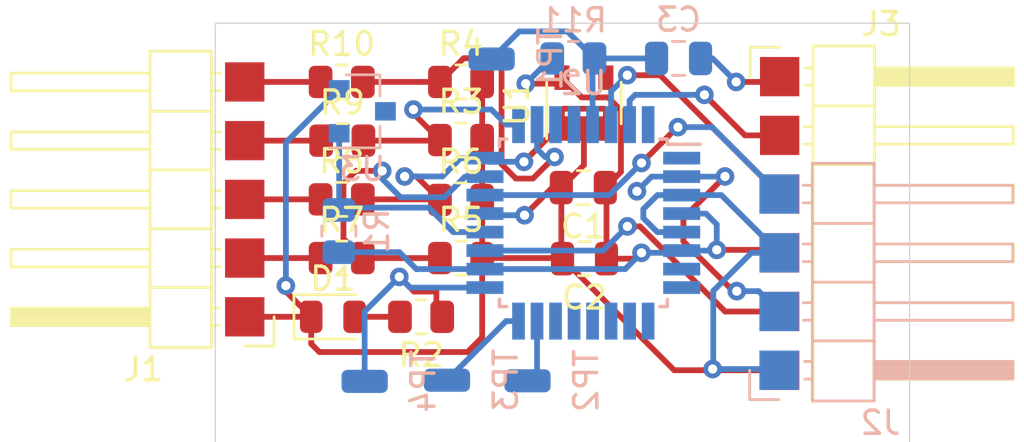
<source format=kicad_pcb>
(kicad_pcb (version 20171130) (host pcbnew "(5.1.9)-1")

  (general
    (thickness 1.6)
    (drawings 4)
    (tracks 202)
    (zones 0)
    (modules 25)
    (nets 36)
  )

  (page A4)
  (layers
    (0 F.Cu signal)
    (31 B.Cu signal)
    (32 B.Adhes user)
    (33 F.Adhes user)
    (34 B.Paste user)
    (35 F.Paste user)
    (36 B.SilkS user)
    (37 F.SilkS user)
    (38 B.Mask user)
    (39 F.Mask user)
    (40 Dwgs.User user)
    (41 Cmts.User user hide)
    (42 Eco1.User user)
    (43 Eco2.User user)
    (44 Edge.Cuts user hide)
    (45 Margin user)
    (46 B.CrtYd user)
    (47 F.CrtYd user)
    (48 B.Fab user hide)
    (49 F.Fab user hide)
  )

  (setup
    (last_trace_width 0.25)
    (trace_clearance 0.2)
    (zone_clearance 0.508)
    (zone_45_only no)
    (trace_min 0.2)
    (via_size 0.8)
    (via_drill 0.4)
    (via_min_size 0.4)
    (via_min_drill 0.3)
    (blind_buried_vias_allowed yes)
    (uvia_size 0.3)
    (uvia_drill 0.1)
    (uvias_allowed no)
    (uvia_min_size 0.2)
    (uvia_min_drill 0.1)
    (edge_width 0.05)
    (segment_width 0.2)
    (pcb_text_width 0.3)
    (pcb_text_size 1.5 1.5)
    (mod_edge_width 0.12)
    (mod_text_size 1 1)
    (mod_text_width 0.15)
    (pad_size 1.7 1.7)
    (pad_drill 0)
    (pad_to_mask_clearance 0)
    (aux_axis_origin 0 0)
    (visible_elements FFFFEF7F)
    (pcbplotparams
      (layerselection 0x010fc_ffffffff)
      (usegerberextensions false)
      (usegerberattributes true)
      (usegerberadvancedattributes true)
      (creategerberjobfile true)
      (excludeedgelayer true)
      (linewidth 0.100000)
      (plotframeref false)
      (viasonmask false)
      (mode 1)
      (useauxorigin false)
      (hpglpennumber 1)
      (hpglpenspeed 20)
      (hpglpendiameter 15.000000)
      (psnegative false)
      (psa4output false)
      (plotreference true)
      (plotvalue true)
      (plotinvisibletext false)
      (padsonsilk false)
      (subtractmaskfromsilk false)
      (outputformat 1)
      (mirror false)
      (drillshape 1)
      (scaleselection 1)
      (outputdirectory ""))
  )

  (net 0 "")
  (net 1 +3V3)
  (net 2 GND)
  (net 3 ResetSer)
  (net 4 Reset)
  (net 5 "Net-(J1-Pad2)")
  (net 6 "Net-(J1-Pad3)")
  (net 7 "Net-(J1-Pad4)")
  (net 8 "Net-(J1-Pad5)")
  (net 9 "Net-(R1-Pad2)")
  (net 10 CLK)
  (net 11 "Net-(D1-Pad2)")
  (net 12 Z3)
  (net 13 Z4)
  (net 14 Z1)
  (net 15 Z2)
  (net 16 "Net-(U1-Pad4)")
  (net 17 "Net-(U2-Pad1)")
  (net 18 Tele)
  (net 19 "Net-(U2-Pad7)")
  (net 20 "Net-(U2-Pad8)")
  (net 21 "Net-(U2-Pad9)")
  (net 22 "Net-(U2-Pad10)")
  (net 23 "Net-(U2-Pad11)")
  (net 24 "Net-(U2-Pad12)")
  (net 25 "Net-(U2-Pad13)")
  (net 26 "Net-(U2-Pad14)")
  (net 27 MOSI)
  (net 28 MISO)
  (net 29 Curr)
  (net 30 "Net-(U2-Pad27)")
  (net 31 "Net-(U2-Pad28)")
  (net 32 Rx)
  (net 33 Tx)
  (net 34 "Net-(U2-Pad32)")
  (net 35 AIn)

  (net_class Default "This is the default net class."
    (clearance 0.2)
    (trace_width 0.25)
    (via_dia 0.8)
    (via_drill 0.4)
    (uvia_dia 0.3)
    (uvia_drill 0.1)
    (add_net +3V3)
    (add_net AIn)
    (add_net CLK)
    (add_net Curr)
    (add_net GND)
    (add_net MISO)
    (add_net MOSI)
    (add_net "Net-(D1-Pad2)")
    (add_net "Net-(J1-Pad2)")
    (add_net "Net-(J1-Pad3)")
    (add_net "Net-(J1-Pad4)")
    (add_net "Net-(J1-Pad5)")
    (add_net "Net-(R1-Pad2)")
    (add_net "Net-(U1-Pad4)")
    (add_net "Net-(U2-Pad1)")
    (add_net "Net-(U2-Pad10)")
    (add_net "Net-(U2-Pad11)")
    (add_net "Net-(U2-Pad12)")
    (add_net "Net-(U2-Pad13)")
    (add_net "Net-(U2-Pad14)")
    (add_net "Net-(U2-Pad27)")
    (add_net "Net-(U2-Pad28)")
    (add_net "Net-(U2-Pad32)")
    (add_net "Net-(U2-Pad7)")
    (add_net "Net-(U2-Pad8)")
    (add_net "Net-(U2-Pad9)")
    (add_net Reset)
    (add_net ResetSer)
    (add_net Rx)
    (add_net Tele)
    (add_net Tx)
    (add_net Z1)
    (add_net Z2)
    (add_net Z3)
    (add_net Z4)
  )

  (module Capacitor_SMD:C_0805_2012Metric (layer F.Cu) (tedit 5F68FEEE) (tstamp 5FFB17B0)
    (at 66.7004 55.372 180)
    (descr "Capacitor SMD 0805 (2012 Metric), square (rectangular) end terminal, IPC_7351 nominal, (Body size source: IPC-SM-782 page 76, https://www.pcb-3d.com/wordpress/wp-content/uploads/ipc-sm-782a_amendment_1_and_2.pdf, https://docs.google.com/spreadsheets/d/1BsfQQcO9C6DZCsRaXUlFlo91Tg2WpOkGARC1WS5S8t0/edit?usp=sharing), generated with kicad-footprint-generator")
    (tags capacitor)
    (path /5FFCF179)
    (attr smd)
    (fp_text reference C1 (at 0 -1.68) (layer F.SilkS)
      (effects (font (size 1 1) (thickness 0.15)))
    )
    (fp_text value 100nF (at 0 1.68) (layer F.Fab)
      (effects (font (size 1 1) (thickness 0.15)))
    )
    (fp_line (start 1.7 0.98) (end -1.7 0.98) (layer F.CrtYd) (width 0.05))
    (fp_line (start 1.7 -0.98) (end 1.7 0.98) (layer F.CrtYd) (width 0.05))
    (fp_line (start -1.7 -0.98) (end 1.7 -0.98) (layer F.CrtYd) (width 0.05))
    (fp_line (start -1.7 0.98) (end -1.7 -0.98) (layer F.CrtYd) (width 0.05))
    (fp_line (start -0.261252 0.735) (end 0.261252 0.735) (layer F.SilkS) (width 0.12))
    (fp_line (start -0.261252 -0.735) (end 0.261252 -0.735) (layer F.SilkS) (width 0.12))
    (fp_line (start 1 0.625) (end -1 0.625) (layer F.Fab) (width 0.1))
    (fp_line (start 1 -0.625) (end 1 0.625) (layer F.Fab) (width 0.1))
    (fp_line (start -1 -0.625) (end 1 -0.625) (layer F.Fab) (width 0.1))
    (fp_line (start -1 0.625) (end -1 -0.625) (layer F.Fab) (width 0.1))
    (fp_text user %R (at 0 0) (layer F.Fab)
      (effects (font (size 0.5 0.5) (thickness 0.08)))
    )
    (pad 1 smd roundrect (at -0.95 0 180) (size 1 1.45) (layers F.Cu F.Paste F.Mask) (roundrect_rratio 0.25)
      (net 1 +3V3))
    (pad 2 smd roundrect (at 0.95 0 180) (size 1 1.45) (layers F.Cu F.Paste F.Mask) (roundrect_rratio 0.25)
      (net 2 GND))
    (model ${KISYS3DMOD}/Capacitor_SMD.3dshapes/C_0805_2012Metric.wrl
      (at (xyz 0 0 0))
      (scale (xyz 1 1 1))
      (rotate (xyz 0 0 0))
    )
  )

  (module Capacitor_SMD:C_0805_2012Metric (layer F.Cu) (tedit 5F68FEEE) (tstamp 5FFB17C1)
    (at 66.7512 58.4454 180)
    (descr "Capacitor SMD 0805 (2012 Metric), square (rectangular) end terminal, IPC_7351 nominal, (Body size source: IPC-SM-782 page 76, https://www.pcb-3d.com/wordpress/wp-content/uploads/ipc-sm-782a_amendment_1_and_2.pdf, https://docs.google.com/spreadsheets/d/1BsfQQcO9C6DZCsRaXUlFlo91Tg2WpOkGARC1WS5S8t0/edit?usp=sharing), generated with kicad-footprint-generator")
    (tags capacitor)
    (path /5FFE35B4)
    (attr smd)
    (fp_text reference C2 (at 0 -1.68) (layer F.SilkS)
      (effects (font (size 1 1) (thickness 0.15)))
    )
    (fp_text value 10µF (at 0 1.68) (layer F.Fab)
      (effects (font (size 1 1) (thickness 0.15)))
    )
    (fp_text user %R (at 0 0) (layer F.Fab)
      (effects (font (size 0.5 0.5) (thickness 0.08)))
    )
    (fp_line (start -1 0.625) (end -1 -0.625) (layer F.Fab) (width 0.1))
    (fp_line (start -1 -0.625) (end 1 -0.625) (layer F.Fab) (width 0.1))
    (fp_line (start 1 -0.625) (end 1 0.625) (layer F.Fab) (width 0.1))
    (fp_line (start 1 0.625) (end -1 0.625) (layer F.Fab) (width 0.1))
    (fp_line (start -0.261252 -0.735) (end 0.261252 -0.735) (layer F.SilkS) (width 0.12))
    (fp_line (start -0.261252 0.735) (end 0.261252 0.735) (layer F.SilkS) (width 0.12))
    (fp_line (start -1.7 0.98) (end -1.7 -0.98) (layer F.CrtYd) (width 0.05))
    (fp_line (start -1.7 -0.98) (end 1.7 -0.98) (layer F.CrtYd) (width 0.05))
    (fp_line (start 1.7 -0.98) (end 1.7 0.98) (layer F.CrtYd) (width 0.05))
    (fp_line (start 1.7 0.98) (end -1.7 0.98) (layer F.CrtYd) (width 0.05))
    (pad 2 smd roundrect (at 0.95 0 180) (size 1 1.45) (layers F.Cu F.Paste F.Mask) (roundrect_rratio 0.25)
      (net 2 GND))
    (pad 1 smd roundrect (at -0.95 0 180) (size 1 1.45) (layers F.Cu F.Paste F.Mask) (roundrect_rratio 0.25)
      (net 1 +3V3))
    (model ${KISYS3DMOD}/Capacitor_SMD.3dshapes/C_0805_2012Metric.wrl
      (at (xyz 0 0 0))
      (scale (xyz 1 1 1))
      (rotate (xyz 0 0 0))
    )
  )

  (module Capacitor_SMD:C_0805_2012Metric (layer B.Cu) (tedit 5F68FEEE) (tstamp 5FFB17D2)
    (at 70.8152 49.784 180)
    (descr "Capacitor SMD 0805 (2012 Metric), square (rectangular) end terminal, IPC_7351 nominal, (Body size source: IPC-SM-782 page 76, https://www.pcb-3d.com/wordpress/wp-content/uploads/ipc-sm-782a_amendment_1_and_2.pdf, https://docs.google.com/spreadsheets/d/1BsfQQcO9C6DZCsRaXUlFlo91Tg2WpOkGARC1WS5S8t0/edit?usp=sharing), generated with kicad-footprint-generator")
    (tags capacitor)
    (path /6001E224)
    (attr smd)
    (fp_text reference C3 (at 0 1.68) (layer B.SilkS)
      (effects (font (size 1 1) (thickness 0.15)) (justify mirror))
    )
    (fp_text value 100nF (at 0 -1.68) (layer B.Fab)
      (effects (font (size 1 1) (thickness 0.15)) (justify mirror))
    )
    (fp_line (start 1.7 -0.98) (end -1.7 -0.98) (layer B.CrtYd) (width 0.05))
    (fp_line (start 1.7 0.98) (end 1.7 -0.98) (layer B.CrtYd) (width 0.05))
    (fp_line (start -1.7 0.98) (end 1.7 0.98) (layer B.CrtYd) (width 0.05))
    (fp_line (start -1.7 -0.98) (end -1.7 0.98) (layer B.CrtYd) (width 0.05))
    (fp_line (start -0.261252 -0.735) (end 0.261252 -0.735) (layer B.SilkS) (width 0.12))
    (fp_line (start -0.261252 0.735) (end 0.261252 0.735) (layer B.SilkS) (width 0.12))
    (fp_line (start 1 -0.625) (end -1 -0.625) (layer B.Fab) (width 0.1))
    (fp_line (start 1 0.625) (end 1 -0.625) (layer B.Fab) (width 0.1))
    (fp_line (start -1 0.625) (end 1 0.625) (layer B.Fab) (width 0.1))
    (fp_line (start -1 -0.625) (end -1 0.625) (layer B.Fab) (width 0.1))
    (fp_text user %R (at 0 0) (layer B.Fab)
      (effects (font (size 0.5 0.5) (thickness 0.08)) (justify mirror))
    )
    (pad 1 smd roundrect (at -0.95 0 180) (size 1 1.45) (layers B.Cu B.Paste B.Mask) (roundrect_rratio 0.25)
      (net 3 ResetSer))
    (pad 2 smd roundrect (at 0.95 0 180) (size 1 1.45) (layers B.Cu B.Paste B.Mask) (roundrect_rratio 0.25)
      (net 4 Reset))
    (model ${KISYS3DMOD}/Capacitor_SMD.3dshapes/C_0805_2012Metric.wrl
      (at (xyz 0 0 0))
      (scale (xyz 1 1 1))
      (rotate (xyz 0 0 0))
    )
  )

  (module Connector_PinHeader_2.54mm:PinHeader_1x05_P2.54mm_Horizontal (layer F.Cu) (tedit 5FFAF3D4) (tstamp 5FFB182C)
    (at 52.07 60.96 180)
    (descr "Through hole angled pin header, 1x05, 2.54mm pitch, 6mm pin length, single row")
    (tags "Through hole angled pin header THT 1x05 2.54mm single row")
    (path /5FFB1BAE)
    (fp_text reference J1 (at 4.385 -2.27) (layer F.SilkS)
      (effects (font (size 1 1) (thickness 0.15)))
    )
    (fp_text value Balancer (at 4.385 12.43) (layer F.Fab)
      (effects (font (size 1 1) (thickness 0.15)))
    )
    (fp_line (start 10.55 -1.8) (end -1.8 -1.8) (layer F.CrtYd) (width 0.05))
    (fp_line (start 10.55 11.95) (end 10.55 -1.8) (layer F.CrtYd) (width 0.05))
    (fp_line (start -1.8 11.95) (end 10.55 11.95) (layer F.CrtYd) (width 0.05))
    (fp_line (start -1.8 -1.8) (end -1.8 11.95) (layer F.CrtYd) (width 0.05))
    (fp_line (start -1.27 -1.27) (end 0 -1.27) (layer F.SilkS) (width 0.12))
    (fp_line (start -1.27 0) (end -1.27 -1.27) (layer F.SilkS) (width 0.12))
    (fp_line (start 1.042929 10.54) (end 1.44 10.54) (layer F.SilkS) (width 0.12))
    (fp_line (start 1.042929 9.78) (end 1.44 9.78) (layer F.SilkS) (width 0.12))
    (fp_line (start 10.1 10.54) (end 4.1 10.54) (layer F.SilkS) (width 0.12))
    (fp_line (start 10.1 9.78) (end 10.1 10.54) (layer F.SilkS) (width 0.12))
    (fp_line (start 4.1 9.78) (end 10.1 9.78) (layer F.SilkS) (width 0.12))
    (fp_line (start 1.44 8.89) (end 4.1 8.89) (layer F.SilkS) (width 0.12))
    (fp_line (start 1.042929 8) (end 1.44 8) (layer F.SilkS) (width 0.12))
    (fp_line (start 1.042929 7.24) (end 1.44 7.24) (layer F.SilkS) (width 0.12))
    (fp_line (start 10.1 8) (end 4.1 8) (layer F.SilkS) (width 0.12))
    (fp_line (start 10.1 7.24) (end 10.1 8) (layer F.SilkS) (width 0.12))
    (fp_line (start 4.1 7.24) (end 10.1 7.24) (layer F.SilkS) (width 0.12))
    (fp_line (start 1.44 6.35) (end 4.1 6.35) (layer F.SilkS) (width 0.12))
    (fp_line (start 1.042929 5.46) (end 1.44 5.46) (layer F.SilkS) (width 0.12))
    (fp_line (start 1.042929 4.7) (end 1.44 4.7) (layer F.SilkS) (width 0.12))
    (fp_line (start 10.1 5.46) (end 4.1 5.46) (layer F.SilkS) (width 0.12))
    (fp_line (start 10.1 4.7) (end 10.1 5.46) (layer F.SilkS) (width 0.12))
    (fp_line (start 4.1 4.7) (end 10.1 4.7) (layer F.SilkS) (width 0.12))
    (fp_line (start 1.44 3.81) (end 4.1 3.81) (layer F.SilkS) (width 0.12))
    (fp_line (start 1.042929 2.92) (end 1.44 2.92) (layer F.SilkS) (width 0.12))
    (fp_line (start 1.042929 2.16) (end 1.44 2.16) (layer F.SilkS) (width 0.12))
    (fp_line (start 10.1 2.92) (end 4.1 2.92) (layer F.SilkS) (width 0.12))
    (fp_line (start 10.1 2.16) (end 10.1 2.92) (layer F.SilkS) (width 0.12))
    (fp_line (start 4.1 2.16) (end 10.1 2.16) (layer F.SilkS) (width 0.12))
    (fp_line (start 1.44 1.27) (end 4.1 1.27) (layer F.SilkS) (width 0.12))
    (fp_line (start 1.11 0.38) (end 1.44 0.38) (layer F.SilkS) (width 0.12))
    (fp_line (start 1.11 -0.38) (end 1.44 -0.38) (layer F.SilkS) (width 0.12))
    (fp_line (start 4.1 0.28) (end 10.1 0.28) (layer F.SilkS) (width 0.12))
    (fp_line (start 4.1 0.16) (end 10.1 0.16) (layer F.SilkS) (width 0.12))
    (fp_line (start 4.1 0.04) (end 10.1 0.04) (layer F.SilkS) (width 0.12))
    (fp_line (start 4.1 -0.08) (end 10.1 -0.08) (layer F.SilkS) (width 0.12))
    (fp_line (start 4.1 -0.2) (end 10.1 -0.2) (layer F.SilkS) (width 0.12))
    (fp_line (start 4.1 -0.32) (end 10.1 -0.32) (layer F.SilkS) (width 0.12))
    (fp_line (start 10.1 0.38) (end 4.1 0.38) (layer F.SilkS) (width 0.12))
    (fp_line (start 10.1 -0.38) (end 10.1 0.38) (layer F.SilkS) (width 0.12))
    (fp_line (start 4.1 -0.38) (end 10.1 -0.38) (layer F.SilkS) (width 0.12))
    (fp_line (start 4.1 -1.33) (end 1.44 -1.33) (layer F.SilkS) (width 0.12))
    (fp_line (start 4.1 11.49) (end 4.1 -1.33) (layer F.SilkS) (width 0.12))
    (fp_line (start 1.44 11.49) (end 4.1 11.49) (layer F.SilkS) (width 0.12))
    (fp_line (start 1.44 -1.33) (end 1.44 11.49) (layer F.SilkS) (width 0.12))
    (fp_line (start 4.04 10.48) (end 10.04 10.48) (layer F.Fab) (width 0.1))
    (fp_line (start 10.04 9.84) (end 10.04 10.48) (layer F.Fab) (width 0.1))
    (fp_line (start 4.04 9.84) (end 10.04 9.84) (layer F.Fab) (width 0.1))
    (fp_line (start -0.32 10.48) (end 1.5 10.48) (layer F.Fab) (width 0.1))
    (fp_line (start -0.32 9.84) (end -0.32 10.48) (layer F.Fab) (width 0.1))
    (fp_line (start -0.32 9.84) (end 1.5 9.84) (layer F.Fab) (width 0.1))
    (fp_line (start 4.04 7.94) (end 10.04 7.94) (layer F.Fab) (width 0.1))
    (fp_line (start 10.04 7.3) (end 10.04 7.94) (layer F.Fab) (width 0.1))
    (fp_line (start 4.04 7.3) (end 10.04 7.3) (layer F.Fab) (width 0.1))
    (fp_line (start -0.32 7.94) (end 1.5 7.94) (layer F.Fab) (width 0.1))
    (fp_line (start -0.32 7.3) (end -0.32 7.94) (layer F.Fab) (width 0.1))
    (fp_line (start -0.32 7.3) (end 1.5 7.3) (layer F.Fab) (width 0.1))
    (fp_line (start 4.04 5.4) (end 10.04 5.4) (layer F.Fab) (width 0.1))
    (fp_line (start 10.04 4.76) (end 10.04 5.4) (layer F.Fab) (width 0.1))
    (fp_line (start 4.04 4.76) (end 10.04 4.76) (layer F.Fab) (width 0.1))
    (fp_line (start -0.32 5.4) (end 1.5 5.4) (layer F.Fab) (width 0.1))
    (fp_line (start -0.32 4.76) (end -0.32 5.4) (layer F.Fab) (width 0.1))
    (fp_line (start -0.32 4.76) (end 1.5 4.76) (layer F.Fab) (width 0.1))
    (fp_line (start 4.04 2.86) (end 10.04 2.86) (layer F.Fab) (width 0.1))
    (fp_line (start 10.04 2.22) (end 10.04 2.86) (layer F.Fab) (width 0.1))
    (fp_line (start 4.04 2.22) (end 10.04 2.22) (layer F.Fab) (width 0.1))
    (fp_line (start -0.32 2.86) (end 1.5 2.86) (layer F.Fab) (width 0.1))
    (fp_line (start -0.32 2.22) (end -0.32 2.86) (layer F.Fab) (width 0.1))
    (fp_line (start -0.32 2.22) (end 1.5 2.22) (layer F.Fab) (width 0.1))
    (fp_line (start 4.04 0.32) (end 10.04 0.32) (layer F.Fab) (width 0.1))
    (fp_line (start 10.04 -0.32) (end 10.04 0.32) (layer F.Fab) (width 0.1))
    (fp_line (start 4.04 -0.32) (end 10.04 -0.32) (layer F.Fab) (width 0.1))
    (fp_line (start -0.32 0.32) (end 1.5 0.32) (layer F.Fab) (width 0.1))
    (fp_line (start -0.32 -0.32) (end -0.32 0.32) (layer F.Fab) (width 0.1))
    (fp_line (start -0.32 -0.32) (end 1.5 -0.32) (layer F.Fab) (width 0.1))
    (fp_line (start 1.5 -0.635) (end 2.135 -1.27) (layer F.Fab) (width 0.1))
    (fp_line (start 1.5 11.43) (end 1.5 -0.635) (layer F.Fab) (width 0.1))
    (fp_line (start 4.04 11.43) (end 1.5 11.43) (layer F.Fab) (width 0.1))
    (fp_line (start 4.04 -1.27) (end 4.04 11.43) (layer F.Fab) (width 0.1))
    (fp_line (start 2.135 -1.27) (end 4.04 -1.27) (layer F.Fab) (width 0.1))
    (fp_text user %R (at 2.77 5.08 90) (layer F.Fab)
      (effects (font (size 1 1) (thickness 0.15)))
    )
    (pad 1 smd rect (at 0 0 180) (size 1.7 1.7) (layers F.Cu F.Paste F.Mask)
      (net 2 GND))
    (pad 2 smd rect (at 0 2.54 180) (size 1.7 1.7) (layers F.Cu F.Paste F.Mask)
      (net 5 "Net-(J1-Pad2)"))
    (pad 3 smd rect (at 0 5.08 180) (size 1.7 1.7) (layers F.Cu F.Paste F.Mask)
      (net 6 "Net-(J1-Pad3)"))
    (pad 4 smd rect (at 0 7.62 180) (size 1.7 1.7) (layers F.Cu F.Paste F.Mask)
      (net 7 "Net-(J1-Pad4)"))
    (pad 5 smd rect (at 0 10.16 180) (size 1.7 1.7) (layers F.Cu F.Paste F.Mask)
      (net 8 "Net-(J1-Pad5)"))
    (model ${KISYS3DMOD}/Connector_PinHeader_2.54mm.3dshapes/PinHeader_1x05_P2.54mm_Horizontal.wrl
      (at (xyz 0 0 0))
      (scale (xyz 1 1 1))
      (rotate (xyz 0 0 0))
    )
  )

  (module Resistor_SMD:R_0805_2012Metric (layer B.Cu) (tedit 5F68FEEE) (tstamp 5FFB183D)
    (at 56.134 57.2516 90)
    (descr "Resistor SMD 0805 (2012 Metric), square (rectangular) end terminal, IPC_7351 nominal, (Body size source: IPC-SM-782 page 72, https://www.pcb-3d.com/wordpress/wp-content/uploads/ipc-sm-782a_amendment_1_and_2.pdf), generated with kicad-footprint-generator")
    (tags resistor)
    (path /5FFAEB2F)
    (attr smd)
    (fp_text reference R1 (at 0 1.65 90) (layer B.SilkS)
      (effects (font (size 1 1) (thickness 0.15)) (justify mirror))
    )
    (fp_text value R (at 0 -1.65 90) (layer B.Fab)
      (effects (font (size 1 1) (thickness 0.15)) (justify mirror))
    )
    (fp_text user %R (at 0 0 90) (layer B.Fab)
      (effects (font (size 0.5 0.5) (thickness 0.08)) (justify mirror))
    )
    (fp_line (start -1 -0.625) (end -1 0.625) (layer B.Fab) (width 0.1))
    (fp_line (start -1 0.625) (end 1 0.625) (layer B.Fab) (width 0.1))
    (fp_line (start 1 0.625) (end 1 -0.625) (layer B.Fab) (width 0.1))
    (fp_line (start 1 -0.625) (end -1 -0.625) (layer B.Fab) (width 0.1))
    (fp_line (start -0.227064 0.735) (end 0.227064 0.735) (layer B.SilkS) (width 0.12))
    (fp_line (start -0.227064 -0.735) (end 0.227064 -0.735) (layer B.SilkS) (width 0.12))
    (fp_line (start -1.68 -0.95) (end -1.68 0.95) (layer B.CrtYd) (width 0.05))
    (fp_line (start -1.68 0.95) (end 1.68 0.95) (layer B.CrtYd) (width 0.05))
    (fp_line (start 1.68 0.95) (end 1.68 -0.95) (layer B.CrtYd) (width 0.05))
    (fp_line (start 1.68 -0.95) (end -1.68 -0.95) (layer B.CrtYd) (width 0.05))
    (pad 2 smd roundrect (at 0.9125 0 90) (size 1.025 1.4) (layers B.Cu B.Paste B.Mask) (roundrect_rratio 0.243902)
      (net 9 "Net-(R1-Pad2)"))
    (pad 1 smd roundrect (at -0.9125 0 90) (size 1.025 1.4) (layers B.Cu B.Paste B.Mask) (roundrect_rratio 0.243902)
      (net 1 +3V3))
    (model ${KISYS3DMOD}/Resistor_SMD.3dshapes/R_0805_2012Metric.wrl
      (at (xyz 0 0 0))
      (scale (xyz 1 1 1))
      (rotate (xyz 0 0 0))
    )
  )

  (module Resistor_SMD:R_0805_2012Metric (layer F.Cu) (tedit 5F68FEEE) (tstamp 5FFB184E)
    (at 59.69 60.96 180)
    (descr "Resistor SMD 0805 (2012 Metric), square (rectangular) end terminal, IPC_7351 nominal, (Body size source: IPC-SM-782 page 72, https://www.pcb-3d.com/wordpress/wp-content/uploads/ipc-sm-782a_amendment_1_and_2.pdf), generated with kicad-footprint-generator")
    (tags resistor)
    (path /5FFB9C2F)
    (attr smd)
    (fp_text reference R2 (at 0 -1.65) (layer F.SilkS)
      (effects (font (size 1 1) (thickness 0.15)))
    )
    (fp_text value 1K (at 0 1.65) (layer F.Fab)
      (effects (font (size 1 1) (thickness 0.15)))
    )
    (fp_line (start 1.68 0.95) (end -1.68 0.95) (layer F.CrtYd) (width 0.05))
    (fp_line (start 1.68 -0.95) (end 1.68 0.95) (layer F.CrtYd) (width 0.05))
    (fp_line (start -1.68 -0.95) (end 1.68 -0.95) (layer F.CrtYd) (width 0.05))
    (fp_line (start -1.68 0.95) (end -1.68 -0.95) (layer F.CrtYd) (width 0.05))
    (fp_line (start -0.227064 0.735) (end 0.227064 0.735) (layer F.SilkS) (width 0.12))
    (fp_line (start -0.227064 -0.735) (end 0.227064 -0.735) (layer F.SilkS) (width 0.12))
    (fp_line (start 1 0.625) (end -1 0.625) (layer F.Fab) (width 0.1))
    (fp_line (start 1 -0.625) (end 1 0.625) (layer F.Fab) (width 0.1))
    (fp_line (start -1 -0.625) (end 1 -0.625) (layer F.Fab) (width 0.1))
    (fp_line (start -1 0.625) (end -1 -0.625) (layer F.Fab) (width 0.1))
    (fp_text user %R (at 0 0) (layer F.Fab)
      (effects (font (size 0.5 0.5) (thickness 0.08)))
    )
    (pad 1 smd roundrect (at -0.9125 0 180) (size 1.025 1.4) (layers F.Cu F.Paste F.Mask) (roundrect_rratio 0.243902)
      (net 10 CLK))
    (pad 2 smd roundrect (at 0.9125 0 180) (size 1.025 1.4) (layers F.Cu F.Paste F.Mask) (roundrect_rratio 0.243902)
      (net 11 "Net-(D1-Pad2)"))
    (model ${KISYS3DMOD}/Resistor_SMD.3dshapes/R_0805_2012Metric.wrl
      (at (xyz 0 0 0))
      (scale (xyz 1 1 1))
      (rotate (xyz 0 0 0))
    )
  )

  (module Resistor_SMD:R_0805_2012Metric (layer F.Cu) (tedit 5F68FEEE) (tstamp 5FFB185F)
    (at 61.4172 53.3146)
    (descr "Resistor SMD 0805 (2012 Metric), square (rectangular) end terminal, IPC_7351 nominal, (Body size source: IPC-SM-782 page 72, https://www.pcb-3d.com/wordpress/wp-content/uploads/ipc-sm-782a_amendment_1_and_2.pdf), generated with kicad-footprint-generator")
    (tags resistor)
    (path /5FFBCA01)
    (attr smd)
    (fp_text reference R3 (at 0 -1.65) (layer F.SilkS)
      (effects (font (size 1 1) (thickness 0.15)))
    )
    (fp_text value 2,7K (at 0 1.65) (layer F.Fab)
      (effects (font (size 1 1) (thickness 0.15)))
    )
    (fp_line (start 1.68 0.95) (end -1.68 0.95) (layer F.CrtYd) (width 0.05))
    (fp_line (start 1.68 -0.95) (end 1.68 0.95) (layer F.CrtYd) (width 0.05))
    (fp_line (start -1.68 -0.95) (end 1.68 -0.95) (layer F.CrtYd) (width 0.05))
    (fp_line (start -1.68 0.95) (end -1.68 -0.95) (layer F.CrtYd) (width 0.05))
    (fp_line (start -0.227064 0.735) (end 0.227064 0.735) (layer F.SilkS) (width 0.12))
    (fp_line (start -0.227064 -0.735) (end 0.227064 -0.735) (layer F.SilkS) (width 0.12))
    (fp_line (start 1 0.625) (end -1 0.625) (layer F.Fab) (width 0.1))
    (fp_line (start 1 -0.625) (end 1 0.625) (layer F.Fab) (width 0.1))
    (fp_line (start -1 -0.625) (end 1 -0.625) (layer F.Fab) (width 0.1))
    (fp_line (start -1 0.625) (end -1 -0.625) (layer F.Fab) (width 0.1))
    (fp_text user %R (at 0 0) (layer F.Fab)
      (effects (font (size 0.5 0.5) (thickness 0.08)))
    )
    (pad 1 smd roundrect (at -0.9125 0) (size 1.025 1.4) (layers F.Cu F.Paste F.Mask) (roundrect_rratio 0.243902)
      (net 12 Z3))
    (pad 2 smd roundrect (at 0.9125 0) (size 1.025 1.4) (layers F.Cu F.Paste F.Mask) (roundrect_rratio 0.243902)
      (net 2 GND))
    (model ${KISYS3DMOD}/Resistor_SMD.3dshapes/R_0805_2012Metric.wrl
      (at (xyz 0 0 0))
      (scale (xyz 1 1 1))
      (rotate (xyz 0 0 0))
    )
  )

  (module Resistor_SMD:R_0805_2012Metric (layer F.Cu) (tedit 5F68FEEE) (tstamp 5FFB1870)
    (at 61.4172 50.8)
    (descr "Resistor SMD 0805 (2012 Metric), square (rectangular) end terminal, IPC_7351 nominal, (Body size source: IPC-SM-782 page 72, https://www.pcb-3d.com/wordpress/wp-content/uploads/ipc-sm-782a_amendment_1_and_2.pdf), generated with kicad-footprint-generator")
    (tags resistor)
    (path /5FFBD903)
    (attr smd)
    (fp_text reference R4 (at 0 -1.65) (layer F.SilkS)
      (effects (font (size 1 1) (thickness 0.15)))
    )
    (fp_text value 2,7K (at 0 1.65) (layer F.Fab)
      (effects (font (size 1 1) (thickness 0.15)))
    )
    (fp_text user %R (at 0 0) (layer F.Fab)
      (effects (font (size 0.5 0.5) (thickness 0.08)))
    )
    (fp_line (start -1 0.625) (end -1 -0.625) (layer F.Fab) (width 0.1))
    (fp_line (start -1 -0.625) (end 1 -0.625) (layer F.Fab) (width 0.1))
    (fp_line (start 1 -0.625) (end 1 0.625) (layer F.Fab) (width 0.1))
    (fp_line (start 1 0.625) (end -1 0.625) (layer F.Fab) (width 0.1))
    (fp_line (start -0.227064 -0.735) (end 0.227064 -0.735) (layer F.SilkS) (width 0.12))
    (fp_line (start -0.227064 0.735) (end 0.227064 0.735) (layer F.SilkS) (width 0.12))
    (fp_line (start -1.68 0.95) (end -1.68 -0.95) (layer F.CrtYd) (width 0.05))
    (fp_line (start -1.68 -0.95) (end 1.68 -0.95) (layer F.CrtYd) (width 0.05))
    (fp_line (start 1.68 -0.95) (end 1.68 0.95) (layer F.CrtYd) (width 0.05))
    (fp_line (start 1.68 0.95) (end -1.68 0.95) (layer F.CrtYd) (width 0.05))
    (pad 2 smd roundrect (at 0.9125 0) (size 1.025 1.4) (layers F.Cu F.Paste F.Mask) (roundrect_rratio 0.243902)
      (net 2 GND))
    (pad 1 smd roundrect (at -0.9125 0) (size 1.025 1.4) (layers F.Cu F.Paste F.Mask) (roundrect_rratio 0.243902)
      (net 13 Z4))
    (model ${KISYS3DMOD}/Resistor_SMD.3dshapes/R_0805_2012Metric.wrl
      (at (xyz 0 0 0))
      (scale (xyz 1 1 1))
      (rotate (xyz 0 0 0))
    )
  )

  (module Resistor_SMD:R_0805_2012Metric (layer F.Cu) (tedit 5F68FEEE) (tstamp 5FFB1881)
    (at 61.4172 58.42)
    (descr "Resistor SMD 0805 (2012 Metric), square (rectangular) end terminal, IPC_7351 nominal, (Body size source: IPC-SM-782 page 72, https://www.pcb-3d.com/wordpress/wp-content/uploads/ipc-sm-782a_amendment_1_and_2.pdf), generated with kicad-footprint-generator")
    (tags resistor)
    (path /5FFBA797)
    (attr smd)
    (fp_text reference R5 (at 0 -1.65) (layer F.SilkS)
      (effects (font (size 1 1) (thickness 0.15)))
    )
    (fp_text value 2,7K (at 0 1.65) (layer F.Fab)
      (effects (font (size 1 1) (thickness 0.15)))
    )
    (fp_text user %R (at 0 0) (layer F.Fab)
      (effects (font (size 0.5 0.5) (thickness 0.08)))
    )
    (fp_line (start -1 0.625) (end -1 -0.625) (layer F.Fab) (width 0.1))
    (fp_line (start -1 -0.625) (end 1 -0.625) (layer F.Fab) (width 0.1))
    (fp_line (start 1 -0.625) (end 1 0.625) (layer F.Fab) (width 0.1))
    (fp_line (start 1 0.625) (end -1 0.625) (layer F.Fab) (width 0.1))
    (fp_line (start -0.227064 -0.735) (end 0.227064 -0.735) (layer F.SilkS) (width 0.12))
    (fp_line (start -0.227064 0.735) (end 0.227064 0.735) (layer F.SilkS) (width 0.12))
    (fp_line (start -1.68 0.95) (end -1.68 -0.95) (layer F.CrtYd) (width 0.05))
    (fp_line (start -1.68 -0.95) (end 1.68 -0.95) (layer F.CrtYd) (width 0.05))
    (fp_line (start 1.68 -0.95) (end 1.68 0.95) (layer F.CrtYd) (width 0.05))
    (fp_line (start 1.68 0.95) (end -1.68 0.95) (layer F.CrtYd) (width 0.05))
    (pad 2 smd roundrect (at 0.9125 0) (size 1.025 1.4) (layers F.Cu F.Paste F.Mask) (roundrect_rratio 0.243902)
      (net 2 GND))
    (pad 1 smd roundrect (at -0.9125 0) (size 1.025 1.4) (layers F.Cu F.Paste F.Mask) (roundrect_rratio 0.243902)
      (net 14 Z1))
    (model ${KISYS3DMOD}/Resistor_SMD.3dshapes/R_0805_2012Metric.wrl
      (at (xyz 0 0 0))
      (scale (xyz 1 1 1))
      (rotate (xyz 0 0 0))
    )
  )

  (module Resistor_SMD:R_0805_2012Metric (layer F.Cu) (tedit 5F68FEEE) (tstamp 5FFB1892)
    (at 61.4172 55.9054)
    (descr "Resistor SMD 0805 (2012 Metric), square (rectangular) end terminal, IPC_7351 nominal, (Body size source: IPC-SM-782 page 72, https://www.pcb-3d.com/wordpress/wp-content/uploads/ipc-sm-782a_amendment_1_and_2.pdf), generated with kicad-footprint-generator")
    (tags resistor)
    (path /5FFBC081)
    (attr smd)
    (fp_text reference R6 (at 0 -1.65) (layer F.SilkS)
      (effects (font (size 1 1) (thickness 0.15)))
    )
    (fp_text value 2,7K (at 0 1.65) (layer F.Fab)
      (effects (font (size 1 1) (thickness 0.15)))
    )
    (fp_line (start 1.68 0.95) (end -1.68 0.95) (layer F.CrtYd) (width 0.05))
    (fp_line (start 1.68 -0.95) (end 1.68 0.95) (layer F.CrtYd) (width 0.05))
    (fp_line (start -1.68 -0.95) (end 1.68 -0.95) (layer F.CrtYd) (width 0.05))
    (fp_line (start -1.68 0.95) (end -1.68 -0.95) (layer F.CrtYd) (width 0.05))
    (fp_line (start -0.227064 0.735) (end 0.227064 0.735) (layer F.SilkS) (width 0.12))
    (fp_line (start -0.227064 -0.735) (end 0.227064 -0.735) (layer F.SilkS) (width 0.12))
    (fp_line (start 1 0.625) (end -1 0.625) (layer F.Fab) (width 0.1))
    (fp_line (start 1 -0.625) (end 1 0.625) (layer F.Fab) (width 0.1))
    (fp_line (start -1 -0.625) (end 1 -0.625) (layer F.Fab) (width 0.1))
    (fp_line (start -1 0.625) (end -1 -0.625) (layer F.Fab) (width 0.1))
    (fp_text user %R (at 0 0) (layer F.Fab)
      (effects (font (size 0.5 0.5) (thickness 0.08)))
    )
    (pad 1 smd roundrect (at -0.9125 0) (size 1.025 1.4) (layers F.Cu F.Paste F.Mask) (roundrect_rratio 0.243902)
      (net 15 Z2))
    (pad 2 smd roundrect (at 0.9125 0) (size 1.025 1.4) (layers F.Cu F.Paste F.Mask) (roundrect_rratio 0.243902)
      (net 2 GND))
    (model ${KISYS3DMOD}/Resistor_SMD.3dshapes/R_0805_2012Metric.wrl
      (at (xyz 0 0 0))
      (scale (xyz 1 1 1))
      (rotate (xyz 0 0 0))
    )
  )

  (module Resistor_SMD:R_0805_2012Metric (layer F.Cu) (tedit 5F68FEEE) (tstamp 5FFB18A3)
    (at 56.261 58.42)
    (descr "Resistor SMD 0805 (2012 Metric), square (rectangular) end terminal, IPC_7351 nominal, (Body size source: IPC-SM-782 page 72, https://www.pcb-3d.com/wordpress/wp-content/uploads/ipc-sm-782a_amendment_1_and_2.pdf), generated with kicad-footprint-generator")
    (tags resistor)
    (path /5FFBAC1A)
    (attr smd)
    (fp_text reference R7 (at 0 -1.65) (layer F.SilkS)
      (effects (font (size 1 1) (thickness 0.15)))
    )
    (fp_text value 1K (at 0 1.65) (layer F.Fab)
      (effects (font (size 1 1) (thickness 0.15)))
    )
    (fp_line (start 1.68 0.95) (end -1.68 0.95) (layer F.CrtYd) (width 0.05))
    (fp_line (start 1.68 -0.95) (end 1.68 0.95) (layer F.CrtYd) (width 0.05))
    (fp_line (start -1.68 -0.95) (end 1.68 -0.95) (layer F.CrtYd) (width 0.05))
    (fp_line (start -1.68 0.95) (end -1.68 -0.95) (layer F.CrtYd) (width 0.05))
    (fp_line (start -0.227064 0.735) (end 0.227064 0.735) (layer F.SilkS) (width 0.12))
    (fp_line (start -0.227064 -0.735) (end 0.227064 -0.735) (layer F.SilkS) (width 0.12))
    (fp_line (start 1 0.625) (end -1 0.625) (layer F.Fab) (width 0.1))
    (fp_line (start 1 -0.625) (end 1 0.625) (layer F.Fab) (width 0.1))
    (fp_line (start -1 -0.625) (end 1 -0.625) (layer F.Fab) (width 0.1))
    (fp_line (start -1 0.625) (end -1 -0.625) (layer F.Fab) (width 0.1))
    (fp_text user %R (at 0 0) (layer F.Fab)
      (effects (font (size 0.5 0.5) (thickness 0.08)))
    )
    (pad 1 smd roundrect (at -0.9125 0) (size 1.025 1.4) (layers F.Cu F.Paste F.Mask) (roundrect_rratio 0.243902)
      (net 5 "Net-(J1-Pad2)"))
    (pad 2 smd roundrect (at 0.9125 0) (size 1.025 1.4) (layers F.Cu F.Paste F.Mask) (roundrect_rratio 0.243902)
      (net 14 Z1))
    (model ${KISYS3DMOD}/Resistor_SMD.3dshapes/R_0805_2012Metric.wrl
      (at (xyz 0 0 0))
      (scale (xyz 1 1 1))
      (rotate (xyz 0 0 0))
    )
  )

  (module Resistor_SMD:R_0805_2012Metric (layer F.Cu) (tedit 5F68FEEE) (tstamp 5FFB18B4)
    (at 56.261 55.88)
    (descr "Resistor SMD 0805 (2012 Metric), square (rectangular) end terminal, IPC_7351 nominal, (Body size source: IPC-SM-782 page 72, https://www.pcb-3d.com/wordpress/wp-content/uploads/ipc-sm-782a_amendment_1_and_2.pdf), generated with kicad-footprint-generator")
    (tags resistor)
    (path /5FFBC6F4)
    (attr smd)
    (fp_text reference R8 (at 0 -1.65) (layer F.SilkS)
      (effects (font (size 1 1) (thickness 0.15)))
    )
    (fp_text value 4,7K (at 0 1.65) (layer F.Fab)
      (effects (font (size 1 1) (thickness 0.15)))
    )
    (fp_text user %R (at 0 0) (layer F.Fab)
      (effects (font (size 0.5 0.5) (thickness 0.08)))
    )
    (fp_line (start -1 0.625) (end -1 -0.625) (layer F.Fab) (width 0.1))
    (fp_line (start -1 -0.625) (end 1 -0.625) (layer F.Fab) (width 0.1))
    (fp_line (start 1 -0.625) (end 1 0.625) (layer F.Fab) (width 0.1))
    (fp_line (start 1 0.625) (end -1 0.625) (layer F.Fab) (width 0.1))
    (fp_line (start -0.227064 -0.735) (end 0.227064 -0.735) (layer F.SilkS) (width 0.12))
    (fp_line (start -0.227064 0.735) (end 0.227064 0.735) (layer F.SilkS) (width 0.12))
    (fp_line (start -1.68 0.95) (end -1.68 -0.95) (layer F.CrtYd) (width 0.05))
    (fp_line (start -1.68 -0.95) (end 1.68 -0.95) (layer F.CrtYd) (width 0.05))
    (fp_line (start 1.68 -0.95) (end 1.68 0.95) (layer F.CrtYd) (width 0.05))
    (fp_line (start 1.68 0.95) (end -1.68 0.95) (layer F.CrtYd) (width 0.05))
    (pad 2 smd roundrect (at 0.9125 0) (size 1.025 1.4) (layers F.Cu F.Paste F.Mask) (roundrect_rratio 0.243902)
      (net 15 Z2))
    (pad 1 smd roundrect (at -0.9125 0) (size 1.025 1.4) (layers F.Cu F.Paste F.Mask) (roundrect_rratio 0.243902)
      (net 6 "Net-(J1-Pad3)"))
    (model ${KISYS3DMOD}/Resistor_SMD.3dshapes/R_0805_2012Metric.wrl
      (at (xyz 0 0 0))
      (scale (xyz 1 1 1))
      (rotate (xyz 0 0 0))
    )
  )

  (module Resistor_SMD:R_0805_2012Metric (layer F.Cu) (tedit 5F68FEEE) (tstamp 5FFB18C5)
    (at 56.2845 53.34)
    (descr "Resistor SMD 0805 (2012 Metric), square (rectangular) end terminal, IPC_7351 nominal, (Body size source: IPC-SM-782 page 72, https://www.pcb-3d.com/wordpress/wp-content/uploads/ipc-sm-782a_amendment_1_and_2.pdf), generated with kicad-footprint-generator")
    (tags resistor)
    (path /5FFBD319)
    (attr smd)
    (fp_text reference R9 (at 0 -1.65) (layer F.SilkS)
      (effects (font (size 1 1) (thickness 0.15)))
    )
    (fp_text value 10K (at 0 1.65) (layer F.Fab)
      (effects (font (size 1 1) (thickness 0.15)))
    )
    (fp_text user %R (at 0 0) (layer F.Fab)
      (effects (font (size 0.5 0.5) (thickness 0.08)))
    )
    (fp_line (start -1 0.625) (end -1 -0.625) (layer F.Fab) (width 0.1))
    (fp_line (start -1 -0.625) (end 1 -0.625) (layer F.Fab) (width 0.1))
    (fp_line (start 1 -0.625) (end 1 0.625) (layer F.Fab) (width 0.1))
    (fp_line (start 1 0.625) (end -1 0.625) (layer F.Fab) (width 0.1))
    (fp_line (start -0.227064 -0.735) (end 0.227064 -0.735) (layer F.SilkS) (width 0.12))
    (fp_line (start -0.227064 0.735) (end 0.227064 0.735) (layer F.SilkS) (width 0.12))
    (fp_line (start -1.68 0.95) (end -1.68 -0.95) (layer F.CrtYd) (width 0.05))
    (fp_line (start -1.68 -0.95) (end 1.68 -0.95) (layer F.CrtYd) (width 0.05))
    (fp_line (start 1.68 -0.95) (end 1.68 0.95) (layer F.CrtYd) (width 0.05))
    (fp_line (start 1.68 0.95) (end -1.68 0.95) (layer F.CrtYd) (width 0.05))
    (pad 2 smd roundrect (at 0.9125 0) (size 1.025 1.4) (layers F.Cu F.Paste F.Mask) (roundrect_rratio 0.243902)
      (net 12 Z3))
    (pad 1 smd roundrect (at -0.9125 0) (size 1.025 1.4) (layers F.Cu F.Paste F.Mask) (roundrect_rratio 0.243902)
      (net 7 "Net-(J1-Pad4)"))
    (model ${KISYS3DMOD}/Resistor_SMD.3dshapes/R_0805_2012Metric.wrl
      (at (xyz 0 0 0))
      (scale (xyz 1 1 1))
      (rotate (xyz 0 0 0))
    )
  )

  (module Resistor_SMD:R_0805_2012Metric (layer F.Cu) (tedit 5F68FEEE) (tstamp 5FFB18D6)
    (at 56.261 50.8)
    (descr "Resistor SMD 0805 (2012 Metric), square (rectangular) end terminal, IPC_7351 nominal, (Body size source: IPC-SM-782 page 72, https://www.pcb-3d.com/wordpress/wp-content/uploads/ipc-sm-782a_amendment_1_and_2.pdf), generated with kicad-footprint-generator")
    (tags resistor)
    (path /5FFBDEFB)
    (attr smd)
    (fp_text reference R10 (at 0 -1.65) (layer F.SilkS)
      (effects (font (size 1 1) (thickness 0.15)))
    )
    (fp_text value 12K (at 0 1.65) (layer F.Fab)
      (effects (font (size 1 1) (thickness 0.15)))
    )
    (fp_line (start 1.68 0.95) (end -1.68 0.95) (layer F.CrtYd) (width 0.05))
    (fp_line (start 1.68 -0.95) (end 1.68 0.95) (layer F.CrtYd) (width 0.05))
    (fp_line (start -1.68 -0.95) (end 1.68 -0.95) (layer F.CrtYd) (width 0.05))
    (fp_line (start -1.68 0.95) (end -1.68 -0.95) (layer F.CrtYd) (width 0.05))
    (fp_line (start -0.227064 0.735) (end 0.227064 0.735) (layer F.SilkS) (width 0.12))
    (fp_line (start -0.227064 -0.735) (end 0.227064 -0.735) (layer F.SilkS) (width 0.12))
    (fp_line (start 1 0.625) (end -1 0.625) (layer F.Fab) (width 0.1))
    (fp_line (start 1 -0.625) (end 1 0.625) (layer F.Fab) (width 0.1))
    (fp_line (start -1 -0.625) (end 1 -0.625) (layer F.Fab) (width 0.1))
    (fp_line (start -1 0.625) (end -1 -0.625) (layer F.Fab) (width 0.1))
    (fp_text user %R (at 0 0) (layer F.Fab)
      (effects (font (size 0.5 0.5) (thickness 0.08)))
    )
    (pad 1 smd roundrect (at -0.9125 0) (size 1.025 1.4) (layers F.Cu F.Paste F.Mask) (roundrect_rratio 0.243902)
      (net 8 "Net-(J1-Pad5)"))
    (pad 2 smd roundrect (at 0.9125 0) (size 1.025 1.4) (layers F.Cu F.Paste F.Mask) (roundrect_rratio 0.243902)
      (net 13 Z4))
    (model ${KISYS3DMOD}/Resistor_SMD.3dshapes/R_0805_2012Metric.wrl
      (at (xyz 0 0 0))
      (scale (xyz 1 1 1))
      (rotate (xyz 0 0 0))
    )
  )

  (module Package_TO_SOT_SMD:SOT-23-5 (layer F.Cu) (tedit 5A02FF57) (tstamp 5FFB18EB)
    (at 66.7258 51.7144 90)
    (descr "5-pin SOT23 package")
    (tags SOT-23-5)
    (path /5FFAF6C7)
    (attr smd)
    (fp_text reference U1 (at 0 -2.9 90) (layer F.SilkS)
      (effects (font (size 1 1) (thickness 0.15)))
    )
    (fp_text value "SPX3819 3,3V" (at 0 2.9 90) (layer F.Fab)
      (effects (font (size 1 1) (thickness 0.15)))
    )
    (fp_line (start 0.9 -1.55) (end 0.9 1.55) (layer F.Fab) (width 0.1))
    (fp_line (start 0.9 1.55) (end -0.9 1.55) (layer F.Fab) (width 0.1))
    (fp_line (start -0.9 -0.9) (end -0.9 1.55) (layer F.Fab) (width 0.1))
    (fp_line (start 0.9 -1.55) (end -0.25 -1.55) (layer F.Fab) (width 0.1))
    (fp_line (start -0.9 -0.9) (end -0.25 -1.55) (layer F.Fab) (width 0.1))
    (fp_line (start -1.9 1.8) (end -1.9 -1.8) (layer F.CrtYd) (width 0.05))
    (fp_line (start 1.9 1.8) (end -1.9 1.8) (layer F.CrtYd) (width 0.05))
    (fp_line (start 1.9 -1.8) (end 1.9 1.8) (layer F.CrtYd) (width 0.05))
    (fp_line (start -1.9 -1.8) (end 1.9 -1.8) (layer F.CrtYd) (width 0.05))
    (fp_line (start 0.9 -1.61) (end -1.55 -1.61) (layer F.SilkS) (width 0.12))
    (fp_line (start -0.9 1.61) (end 0.9 1.61) (layer F.SilkS) (width 0.12))
    (fp_text user %R (at 0 0) (layer F.Fab)
      (effects (font (size 0.5 0.5) (thickness 0.075)))
    )
    (pad 1 smd rect (at -1.1 -0.95 90) (size 1.06 0.65) (layers F.Cu F.Paste F.Mask)
      (net 15 Z2))
    (pad 2 smd rect (at -1.1 0 90) (size 1.06 0.65) (layers F.Cu F.Paste F.Mask)
      (net 2 GND))
    (pad 3 smd rect (at -1.1 0.95 90) (size 1.06 0.65) (layers F.Cu F.Paste F.Mask)
      (net 15 Z2))
    (pad 4 smd rect (at 1.1 0.95 90) (size 1.06 0.65) (layers F.Cu F.Paste F.Mask)
      (net 16 "Net-(U1-Pad4)"))
    (pad 5 smd rect (at 1.1 -0.95 90) (size 1.06 0.65) (layers F.Cu F.Paste F.Mask)
      (net 1 +3V3))
    (model ${KISYS3DMOD}/Package_TO_SOT_SMD.3dshapes/SOT-23-5.wrl
      (at (xyz 0 0 0))
      (scale (xyz 1 1 1))
      (rotate (xyz 0 0 0))
    )
  )

  (module Package_QFP:TQFP-32_7x7mm_P0.8mm (layer B.Cu) (tedit 5A02F146) (tstamp 5FFB1922)
    (at 66.7004 56.896 180)
    (descr "32-Lead Plastic Thin Quad Flatpack (PT) - 7x7x1.0 mm Body, 2.00 mm [TQFP] (see Microchip Packaging Specification 00000049BS.pdf)")
    (tags "QFP 0.8")
    (path /5FFAAF08)
    (attr smd)
    (fp_text reference U2 (at 0 6.05) (layer B.SilkS)
      (effects (font (size 1 1) (thickness 0.15)) (justify mirror))
    )
    (fp_text value ATmega328P-AU (at 0 -6.05) (layer B.Fab)
      (effects (font (size 1 1) (thickness 0.15)) (justify mirror))
    )
    (fp_line (start -3.625 3.4) (end -5.05 3.4) (layer B.SilkS) (width 0.15))
    (fp_line (start 3.625 3.625) (end 3.3 3.625) (layer B.SilkS) (width 0.15))
    (fp_line (start 3.625 -3.625) (end 3.3 -3.625) (layer B.SilkS) (width 0.15))
    (fp_line (start -3.625 -3.625) (end -3.3 -3.625) (layer B.SilkS) (width 0.15))
    (fp_line (start -3.625 3.625) (end -3.3 3.625) (layer B.SilkS) (width 0.15))
    (fp_line (start -3.625 -3.625) (end -3.625 -3.3) (layer B.SilkS) (width 0.15))
    (fp_line (start 3.625 -3.625) (end 3.625 -3.3) (layer B.SilkS) (width 0.15))
    (fp_line (start 3.625 3.625) (end 3.625 3.3) (layer B.SilkS) (width 0.15))
    (fp_line (start -3.625 3.625) (end -3.625 3.4) (layer B.SilkS) (width 0.15))
    (fp_line (start -5.3 -5.3) (end 5.3 -5.3) (layer B.CrtYd) (width 0.05))
    (fp_line (start -5.3 5.3) (end 5.3 5.3) (layer B.CrtYd) (width 0.05))
    (fp_line (start 5.3 5.3) (end 5.3 -5.3) (layer B.CrtYd) (width 0.05))
    (fp_line (start -5.3 5.3) (end -5.3 -5.3) (layer B.CrtYd) (width 0.05))
    (fp_line (start -3.5 2.5) (end -2.5 3.5) (layer B.Fab) (width 0.15))
    (fp_line (start -3.5 -3.5) (end -3.5 2.5) (layer B.Fab) (width 0.15))
    (fp_line (start 3.5 -3.5) (end -3.5 -3.5) (layer B.Fab) (width 0.15))
    (fp_line (start 3.5 3.5) (end 3.5 -3.5) (layer B.Fab) (width 0.15))
    (fp_line (start -2.5 3.5) (end 3.5 3.5) (layer B.Fab) (width 0.15))
    (fp_text user %R (at 0 0) (layer B.Fab)
      (effects (font (size 1 1) (thickness 0.15)) (justify mirror))
    )
    (pad 1 smd rect (at -4.25 2.8 180) (size 1.6 0.55) (layers B.Cu B.Paste B.Mask)
      (net 17 "Net-(U2-Pad1)"))
    (pad 2 smd rect (at -4.25 2 180) (size 1.6 0.55) (layers B.Cu B.Paste B.Mask)
      (net 18 Tele))
    (pad 3 smd rect (at -4.25 1.2 180) (size 1.6 0.55) (layers B.Cu B.Paste B.Mask)
      (net 2 GND))
    (pad 4 smd rect (at -4.25 0.4 180) (size 1.6 0.55) (layers B.Cu B.Paste B.Mask)
      (net 1 +3V3))
    (pad 5 smd rect (at -4.25 -0.4 180) (size 1.6 0.55) (layers B.Cu B.Paste B.Mask)
      (net 2 GND))
    (pad 6 smd rect (at -4.25 -1.2 180) (size 1.6 0.55) (layers B.Cu B.Paste B.Mask)
      (net 1 +3V3))
    (pad 7 smd rect (at -4.25 -2 180) (size 1.6 0.55) (layers B.Cu B.Paste B.Mask)
      (net 19 "Net-(U2-Pad7)"))
    (pad 8 smd rect (at -4.25 -2.8 180) (size 1.6 0.55) (layers B.Cu B.Paste B.Mask)
      (net 20 "Net-(U2-Pad8)"))
    (pad 9 smd rect (at -2.8 -4.25 90) (size 1.6 0.55) (layers B.Cu B.Paste B.Mask)
      (net 21 "Net-(U2-Pad9)"))
    (pad 10 smd rect (at -2 -4.25 90) (size 1.6 0.55) (layers B.Cu B.Paste B.Mask)
      (net 22 "Net-(U2-Pad10)"))
    (pad 11 smd rect (at -1.2 -4.25 90) (size 1.6 0.55) (layers B.Cu B.Paste B.Mask)
      (net 23 "Net-(U2-Pad11)"))
    (pad 12 smd rect (at -0.4 -4.25 90) (size 1.6 0.55) (layers B.Cu B.Paste B.Mask)
      (net 24 "Net-(U2-Pad12)"))
    (pad 13 smd rect (at 0.4 -4.25 90) (size 1.6 0.55) (layers B.Cu B.Paste B.Mask)
      (net 25 "Net-(U2-Pad13)"))
    (pad 14 smd rect (at 1.2 -4.25 90) (size 1.6 0.55) (layers B.Cu B.Paste B.Mask)
      (net 26 "Net-(U2-Pad14)"))
    (pad 15 smd rect (at 2 -4.25 90) (size 1.6 0.55) (layers B.Cu B.Paste B.Mask)
      (net 27 MOSI))
    (pad 16 smd rect (at 2.8 -4.25 90) (size 1.6 0.55) (layers B.Cu B.Paste B.Mask)
      (net 28 MISO))
    (pad 17 smd rect (at 4.25 -2.8 180) (size 1.6 0.55) (layers B.Cu B.Paste B.Mask)
      (net 10 CLK))
    (pad 18 smd rect (at 4.25 -2 180) (size 1.6 0.55) (layers B.Cu B.Paste B.Mask)
      (net 1 +3V3))
    (pad 19 smd rect (at 4.25 -1.2 180) (size 1.6 0.55) (layers B.Cu B.Paste B.Mask)
      (net 35 AIn))
    (pad 20 smd rect (at 4.25 -0.4 180) (size 1.6 0.55) (layers B.Cu B.Paste B.Mask)
      (net 9 "Net-(R1-Pad2)"))
    (pad 21 smd rect (at 4.25 0.4 180) (size 1.6 0.55) (layers B.Cu B.Paste B.Mask)
      (net 2 GND))
    (pad 22 smd rect (at 4.25 1.2 180) (size 1.6 0.55) (layers B.Cu B.Paste B.Mask)
      (net 29 Curr))
    (pad 23 smd rect (at 4.25 2 180) (size 1.6 0.55) (layers B.Cu B.Paste B.Mask)
      (net 14 Z1))
    (pad 24 smd rect (at 4.25 2.8 180) (size 1.6 0.55) (layers B.Cu B.Paste B.Mask)
      (net 15 Z2))
    (pad 25 smd rect (at 2.8 4.25 90) (size 1.6 0.55) (layers B.Cu B.Paste B.Mask)
      (net 12 Z3))
    (pad 26 smd rect (at 2 4.25 90) (size 1.6 0.55) (layers B.Cu B.Paste B.Mask)
      (net 13 Z4))
    (pad 27 smd rect (at 1.2 4.25 90) (size 1.6 0.55) (layers B.Cu B.Paste B.Mask)
      (net 30 "Net-(U2-Pad27)"))
    (pad 28 smd rect (at 0.4 4.25 90) (size 1.6 0.55) (layers B.Cu B.Paste B.Mask)
      (net 31 "Net-(U2-Pad28)"))
    (pad 29 smd rect (at -0.4 4.25 90) (size 1.6 0.55) (layers B.Cu B.Paste B.Mask)
      (net 4 Reset))
    (pad 30 smd rect (at -1.2 4.25 90) (size 1.6 0.55) (layers B.Cu B.Paste B.Mask)
      (net 32 Rx))
    (pad 31 smd rect (at -2 4.25 90) (size 1.6 0.55) (layers B.Cu B.Paste B.Mask)
      (net 33 Tx))
    (pad 32 smd rect (at -2.8 4.25 90) (size 1.6 0.55) (layers B.Cu B.Paste B.Mask)
      (net 34 "Net-(U2-Pad32)"))
    (model ${KISYS3DMOD}/Package_QFP.3dshapes/TQFP-32_7x7mm_P0.8mm.wrl
      (at (xyz 0 0 0))
      (scale (xyz 1 1 1))
      (rotate (xyz 0 0 0))
    )
  )

  (module Package_TO_SOT_SMD:SOT-23 (layer B.Cu) (tedit 5A02FF57) (tstamp 5FFB1937)
    (at 57.15 52.07)
    (descr "SOT-23, Standard")
    (tags SOT-23)
    (path /5FFAD6C6)
    (attr smd)
    (fp_text reference U3 (at 0 2.5) (layer B.SilkS)
      (effects (font (size 1 1) (thickness 0.15)) (justify mirror))
    )
    (fp_text value "LM4040 2.5" (at 0 -2.5) (layer B.Fab)
      (effects (font (size 1 1) (thickness 0.15)) (justify mirror))
    )
    (fp_line (start 0.76 -1.58) (end -0.7 -1.58) (layer B.SilkS) (width 0.12))
    (fp_line (start 0.76 1.58) (end -1.4 1.58) (layer B.SilkS) (width 0.12))
    (fp_line (start -1.7 -1.75) (end -1.7 1.75) (layer B.CrtYd) (width 0.05))
    (fp_line (start 1.7 -1.75) (end -1.7 -1.75) (layer B.CrtYd) (width 0.05))
    (fp_line (start 1.7 1.75) (end 1.7 -1.75) (layer B.CrtYd) (width 0.05))
    (fp_line (start -1.7 1.75) (end 1.7 1.75) (layer B.CrtYd) (width 0.05))
    (fp_line (start 0.76 1.58) (end 0.76 0.65) (layer B.SilkS) (width 0.12))
    (fp_line (start 0.76 -1.58) (end 0.76 -0.65) (layer B.SilkS) (width 0.12))
    (fp_line (start -0.7 -1.52) (end 0.7 -1.52) (layer B.Fab) (width 0.1))
    (fp_line (start 0.7 1.52) (end 0.7 -1.52) (layer B.Fab) (width 0.1))
    (fp_line (start -0.7 0.95) (end -0.15 1.52) (layer B.Fab) (width 0.1))
    (fp_line (start -0.15 1.52) (end 0.7 1.52) (layer B.Fab) (width 0.1))
    (fp_line (start -0.7 0.95) (end -0.7 -1.5) (layer B.Fab) (width 0.1))
    (fp_text user %R (at 0 0 -90) (layer B.Fab)
      (effects (font (size 0.5 0.5) (thickness 0.075)) (justify mirror))
    )
    (pad 1 smd rect (at -1 0.95) (size 0.9 0.8) (layers B.Cu B.Paste B.Mask)
      (net 9 "Net-(R1-Pad2)"))
    (pad 2 smd rect (at -1 -0.95) (size 0.9 0.8) (layers B.Cu B.Paste B.Mask)
      (net 2 GND))
    (pad 3 smd rect (at 1 0) (size 0.9 0.8) (layers B.Cu B.Paste B.Mask))
    (model ${KISYS3DMOD}/Package_TO_SOT_SMD.3dshapes/SOT-23.wrl
      (at (xyz 0 0 0))
      (scale (xyz 1 1 1))
      (rotate (xyz 0 0 0))
    )
  )

  (module LED_SMD:LED_0805_2012Metric (layer F.Cu) (tedit 5F68FEF1) (tstamp 5FFB1FEE)
    (at 55.88 60.96)
    (descr "LED SMD 0805 (2012 Metric), square (rectangular) end terminal, IPC_7351 nominal, (Body size source: https://docs.google.com/spreadsheets/d/1BsfQQcO9C6DZCsRaXUlFlo91Tg2WpOkGARC1WS5S8t0/edit?usp=sharing), generated with kicad-footprint-generator")
    (tags LED)
    (path /5FFB935C)
    (attr smd)
    (fp_text reference D1 (at 0 -1.65) (layer F.SilkS)
      (effects (font (size 1 1) (thickness 0.15)))
    )
    (fp_text value LED (at 0 1.65) (layer F.Fab)
      (effects (font (size 1 1) (thickness 0.15)))
    )
    (fp_line (start 1.68 0.95) (end -1.68 0.95) (layer F.CrtYd) (width 0.05))
    (fp_line (start 1.68 -0.95) (end 1.68 0.95) (layer F.CrtYd) (width 0.05))
    (fp_line (start -1.68 -0.95) (end 1.68 -0.95) (layer F.CrtYd) (width 0.05))
    (fp_line (start -1.68 0.95) (end -1.68 -0.95) (layer F.CrtYd) (width 0.05))
    (fp_line (start -1.685 0.96) (end 1 0.96) (layer F.SilkS) (width 0.12))
    (fp_line (start -1.685 -0.96) (end -1.685 0.96) (layer F.SilkS) (width 0.12))
    (fp_line (start 1 -0.96) (end -1.685 -0.96) (layer F.SilkS) (width 0.12))
    (fp_line (start 1 0.6) (end 1 -0.6) (layer F.Fab) (width 0.1))
    (fp_line (start -1 0.6) (end 1 0.6) (layer F.Fab) (width 0.1))
    (fp_line (start -1 -0.3) (end -1 0.6) (layer F.Fab) (width 0.1))
    (fp_line (start -0.7 -0.6) (end -1 -0.3) (layer F.Fab) (width 0.1))
    (fp_line (start 1 -0.6) (end -0.7 -0.6) (layer F.Fab) (width 0.1))
    (fp_text user %R (at -4.7475 -7.62) (layer F.Fab)
      (effects (font (size 0.5 0.5) (thickness 0.08)))
    )
    (pad 1 smd roundrect (at -0.9375 0) (size 0.975 1.4) (layers F.Cu F.Paste F.Mask) (roundrect_rratio 0.25)
      (net 2 GND))
    (pad 2 smd roundrect (at 0.9375 0) (size 0.975 1.4) (layers F.Cu F.Paste F.Mask) (roundrect_rratio 0.25)
      (net 11 "Net-(D1-Pad2)"))
    (model ${KISYS3DMOD}/LED_SMD.3dshapes/LED_0805_2012Metric.wrl
      (at (xyz 0 0 0))
      (scale (xyz 1 1 1))
      (rotate (xyz 0 0 0))
    )
  )

  (module Connector_PinHeader_2.54mm:PinHeader_1x04_P2.54mm_Horizontal (layer B.Cu) (tedit 5FFAF430) (tstamp 5FFB203B)
    (at 75.1586 63.2714)
    (descr "Through hole angled pin header, 1x04, 2.54mm pitch, 6mm pin length, single row")
    (tags "Through hole angled pin header THT 1x04 2.54mm single row")
    (path /5FFE6BD5)
    (fp_text reference J2 (at 4.385 2.27) (layer B.SilkS)
      (effects (font (size 1 1) (thickness 0.15)) (justify mirror))
    )
    (fp_text value Tele_Strom (at 4.385 -9.89) (layer B.Fab)
      (effects (font (size 1 1) (thickness 0.15)) (justify mirror))
    )
    (fp_line (start 10.55 1.8) (end -1.8 1.8) (layer B.CrtYd) (width 0.05))
    (fp_line (start 10.55 -9.4) (end 10.55 1.8) (layer B.CrtYd) (width 0.05))
    (fp_line (start -1.8 -9.4) (end 10.55 -9.4) (layer B.CrtYd) (width 0.05))
    (fp_line (start -1.8 1.8) (end -1.8 -9.4) (layer B.CrtYd) (width 0.05))
    (fp_line (start -1.27 1.27) (end 0 1.27) (layer B.SilkS) (width 0.12))
    (fp_line (start -1.27 0) (end -1.27 1.27) (layer B.SilkS) (width 0.12))
    (fp_line (start 1.042929 -8) (end 1.44 -8) (layer B.SilkS) (width 0.12))
    (fp_line (start 1.042929 -7.24) (end 1.44 -7.24) (layer B.SilkS) (width 0.12))
    (fp_line (start 10.1 -8) (end 4.1 -8) (layer B.SilkS) (width 0.12))
    (fp_line (start 10.1 -7.24) (end 10.1 -8) (layer B.SilkS) (width 0.12))
    (fp_line (start 4.1 -7.24) (end 10.1 -7.24) (layer B.SilkS) (width 0.12))
    (fp_line (start 1.44 -6.35) (end 4.1 -6.35) (layer B.SilkS) (width 0.12))
    (fp_line (start 1.042929 -5.46) (end 1.44 -5.46) (layer B.SilkS) (width 0.12))
    (fp_line (start 1.042929 -4.7) (end 1.44 -4.7) (layer B.SilkS) (width 0.12))
    (fp_line (start 10.1 -5.46) (end 4.1 -5.46) (layer B.SilkS) (width 0.12))
    (fp_line (start 10.1 -4.7) (end 10.1 -5.46) (layer B.SilkS) (width 0.12))
    (fp_line (start 4.1 -4.7) (end 10.1 -4.7) (layer B.SilkS) (width 0.12))
    (fp_line (start 1.44 -3.81) (end 4.1 -3.81) (layer B.SilkS) (width 0.12))
    (fp_line (start 1.042929 -2.92) (end 1.44 -2.92) (layer B.SilkS) (width 0.12))
    (fp_line (start 1.042929 -2.16) (end 1.44 -2.16) (layer B.SilkS) (width 0.12))
    (fp_line (start 10.1 -2.92) (end 4.1 -2.92) (layer B.SilkS) (width 0.12))
    (fp_line (start 10.1 -2.16) (end 10.1 -2.92) (layer B.SilkS) (width 0.12))
    (fp_line (start 4.1 -2.16) (end 10.1 -2.16) (layer B.SilkS) (width 0.12))
    (fp_line (start 1.44 -1.27) (end 4.1 -1.27) (layer B.SilkS) (width 0.12))
    (fp_line (start 1.11 -0.38) (end 1.44 -0.38) (layer B.SilkS) (width 0.12))
    (fp_line (start 1.11 0.38) (end 1.44 0.38) (layer B.SilkS) (width 0.12))
    (fp_line (start 4.1 -0.28) (end 10.1 -0.28) (layer B.SilkS) (width 0.12))
    (fp_line (start 4.1 -0.16) (end 10.1 -0.16) (layer B.SilkS) (width 0.12))
    (fp_line (start 4.1 -0.04) (end 10.1 -0.04) (layer B.SilkS) (width 0.12))
    (fp_line (start 4.1 0.08) (end 10.1 0.08) (layer B.SilkS) (width 0.12))
    (fp_line (start 4.1 0.2) (end 10.1 0.2) (layer B.SilkS) (width 0.12))
    (fp_line (start 4.1 0.32) (end 10.1 0.32) (layer B.SilkS) (width 0.12))
    (fp_line (start 10.1 -0.38) (end 4.1 -0.38) (layer B.SilkS) (width 0.12))
    (fp_line (start 10.1 0.38) (end 10.1 -0.38) (layer B.SilkS) (width 0.12))
    (fp_line (start 4.1 0.38) (end 10.1 0.38) (layer B.SilkS) (width 0.12))
    (fp_line (start 4.1 1.33) (end 1.44 1.33) (layer B.SilkS) (width 0.12))
    (fp_line (start 4.1 -8.95) (end 4.1 1.33) (layer B.SilkS) (width 0.12))
    (fp_line (start 1.44 -8.95) (end 4.1 -8.95) (layer B.SilkS) (width 0.12))
    (fp_line (start 1.44 1.33) (end 1.44 -8.95) (layer B.SilkS) (width 0.12))
    (fp_line (start 4.04 -7.94) (end 10.04 -7.94) (layer B.Fab) (width 0.1))
    (fp_line (start 10.04 -7.3) (end 10.04 -7.94) (layer B.Fab) (width 0.1))
    (fp_line (start 4.04 -7.3) (end 10.04 -7.3) (layer B.Fab) (width 0.1))
    (fp_line (start -0.32 -7.94) (end 1.5 -7.94) (layer B.Fab) (width 0.1))
    (fp_line (start -0.32 -7.3) (end -0.32 -7.94) (layer B.Fab) (width 0.1))
    (fp_line (start -0.32 -7.3) (end 1.5 -7.3) (layer B.Fab) (width 0.1))
    (fp_line (start 4.04 -5.4) (end 10.04 -5.4) (layer B.Fab) (width 0.1))
    (fp_line (start 10.04 -4.76) (end 10.04 -5.4) (layer B.Fab) (width 0.1))
    (fp_line (start 4.04 -4.76) (end 10.04 -4.76) (layer B.Fab) (width 0.1))
    (fp_line (start -0.32 -5.4) (end 1.5 -5.4) (layer B.Fab) (width 0.1))
    (fp_line (start -0.32 -4.76) (end -0.32 -5.4) (layer B.Fab) (width 0.1))
    (fp_line (start -0.32 -4.76) (end 1.5 -4.76) (layer B.Fab) (width 0.1))
    (fp_line (start 4.04 -2.86) (end 10.04 -2.86) (layer B.Fab) (width 0.1))
    (fp_line (start 10.04 -2.22) (end 10.04 -2.86) (layer B.Fab) (width 0.1))
    (fp_line (start 4.04 -2.22) (end 10.04 -2.22) (layer B.Fab) (width 0.1))
    (fp_line (start -0.32 -2.86) (end 1.5 -2.86) (layer B.Fab) (width 0.1))
    (fp_line (start -0.32 -2.22) (end -0.32 -2.86) (layer B.Fab) (width 0.1))
    (fp_line (start -0.32 -2.22) (end 1.5 -2.22) (layer B.Fab) (width 0.1))
    (fp_line (start 4.04 -0.32) (end 10.04 -0.32) (layer B.Fab) (width 0.1))
    (fp_line (start 10.04 0.32) (end 10.04 -0.32) (layer B.Fab) (width 0.1))
    (fp_line (start 4.04 0.32) (end 10.04 0.32) (layer B.Fab) (width 0.1))
    (fp_line (start -0.32 -0.32) (end 1.5 -0.32) (layer B.Fab) (width 0.1))
    (fp_line (start -0.32 0.32) (end -0.32 -0.32) (layer B.Fab) (width 0.1))
    (fp_line (start -0.32 0.32) (end 1.5 0.32) (layer B.Fab) (width 0.1))
    (fp_line (start 1.5 0.635) (end 2.135 1.27) (layer B.Fab) (width 0.1))
    (fp_line (start 1.5 -8.89) (end 1.5 0.635) (layer B.Fab) (width 0.1))
    (fp_line (start 4.04 -8.89) (end 1.5 -8.89) (layer B.Fab) (width 0.1))
    (fp_line (start 4.04 1.27) (end 4.04 -8.89) (layer B.Fab) (width 0.1))
    (fp_line (start 2.135 1.27) (end 4.04 1.27) (layer B.Fab) (width 0.1))
    (fp_text user %R (at 2.77 -3.81 -90) (layer B.Fab)
      (effects (font (size 1 1) (thickness 0.15)) (justify mirror))
    )
    (pad 1 smd rect (at 0 0) (size 1.7 1.7) (layers B.Cu B.Paste B.Mask)
      (net 2 GND))
    (pad 2 smd rect (at 0 -2.54) (size 1.7 1.7) (layers B.Cu B.Paste B.Mask)
      (net 18 Tele))
    (pad 3 smd rect (at 0 -5.08) (size 1.7 1.7) (layers B.Cu B.Paste B.Mask)
      (net 2 GND))
    (pad 4 smd rect (at 0 -7.62) (size 1.7 1.7) (layers B.Cu B.Paste B.Mask)
      (net 29 Curr))
    (model ${KISYS3DMOD}/Connector_PinHeader_2.54mm.3dshapes/PinHeader_1x04_P2.54mm_Horizontal.wrl
      (at (xyz 0 0 0))
      (scale (xyz 1 1 1))
      (rotate (xyz 0 0 0))
    )
  )

  (module Resistor_SMD:R_0805_2012Metric (layer B.Cu) (tedit 5F68FEEE) (tstamp 5FFB20A6)
    (at 66.2686 49.784 180)
    (descr "Resistor SMD 0805 (2012 Metric), square (rectangular) end terminal, IPC_7351 nominal, (Body size source: IPC-SM-782 page 72, https://www.pcb-3d.com/wordpress/wp-content/uploads/ipc-sm-782a_amendment_1_and_2.pdf), generated with kicad-footprint-generator")
    (tags resistor)
    (path /6001C6CF)
    (attr smd)
    (fp_text reference R11 (at 0 1.65) (layer B.SilkS)
      (effects (font (size 1 1) (thickness 0.15)) (justify mirror))
    )
    (fp_text value 10k (at 0 -1.65) (layer B.Fab)
      (effects (font (size 1 1) (thickness 0.15)) (justify mirror))
    )
    (fp_line (start 1.68 -0.95) (end -1.68 -0.95) (layer B.CrtYd) (width 0.05))
    (fp_line (start 1.68 0.95) (end 1.68 -0.95) (layer B.CrtYd) (width 0.05))
    (fp_line (start -1.68 0.95) (end 1.68 0.95) (layer B.CrtYd) (width 0.05))
    (fp_line (start -1.68 -0.95) (end -1.68 0.95) (layer B.CrtYd) (width 0.05))
    (fp_line (start -0.227064 -0.735) (end 0.227064 -0.735) (layer B.SilkS) (width 0.12))
    (fp_line (start -0.227064 0.735) (end 0.227064 0.735) (layer B.SilkS) (width 0.12))
    (fp_line (start 1 -0.625) (end -1 -0.625) (layer B.Fab) (width 0.1))
    (fp_line (start 1 0.625) (end 1 -0.625) (layer B.Fab) (width 0.1))
    (fp_line (start -1 0.625) (end 1 0.625) (layer B.Fab) (width 0.1))
    (fp_line (start -1 -0.625) (end -1 0.625) (layer B.Fab) (width 0.1))
    (fp_text user %R (at 0 0) (layer B.Fab)
      (effects (font (size 0.5 0.5) (thickness 0.08)) (justify mirror))
    )
    (pad 1 smd roundrect (at -0.9125 0 180) (size 1.025 1.4) (layers B.Cu B.Paste B.Mask) (roundrect_rratio 0.243902)
      (net 4 Reset))
    (pad 2 smd roundrect (at 0.9125 0 180) (size 1.025 1.4) (layers B.Cu B.Paste B.Mask) (roundrect_rratio 0.243902)
      (net 1 +3V3))
    (model ${KISYS3DMOD}/Resistor_SMD.3dshapes/R_0805_2012Metric.wrl
      (at (xyz 0 0 0))
      (scale (xyz 1 1 1))
      (rotate (xyz 0 0 0))
    )
  )

  (module Connector_Wire:SolderWirePad_1x01_SMD_1x2mm (layer B.Cu) (tedit 5DD6EB27) (tstamp 5FFB20B4)
    (at 62.738 49.8094 90)
    (descr "Wire Pad, Square, SMD Pad,  5mm x 10mm,")
    (tags "MesurementPoint Square SMDPad 5mmx10mm ")
    (path /5FFE7A7C)
    (attr virtual)
    (fp_text reference TP1 (at 0 2.54 90) (layer B.SilkS)
      (effects (font (size 1 1) (thickness 0.15)) (justify mirror))
    )
    (fp_text value Reset (at 0 -2.54 90) (layer B.Fab)
      (effects (font (size 1 1) (thickness 0.15)) (justify mirror))
    )
    (fp_line (start -0.63 -1.27) (end -0.63 1.27) (layer B.Fab) (width 0.1))
    (fp_line (start 0.63 -1.27) (end -0.63 -1.27) (layer B.Fab) (width 0.1))
    (fp_line (start 0.63 1.27) (end 0.63 -1.27) (layer B.Fab) (width 0.1))
    (fp_line (start -0.63 1.27) (end 0.63 1.27) (layer B.Fab) (width 0.1))
    (fp_line (start -0.63 1.27) (end -0.63 -1.27) (layer B.CrtYd) (width 0.05))
    (fp_line (start -0.63 -1.27) (end 0.63 -1.27) (layer B.CrtYd) (width 0.05))
    (fp_line (start 0.63 -1.27) (end 0.63 1.27) (layer B.CrtYd) (width 0.05))
    (fp_line (start 0.63 1.27) (end -0.63 1.27) (layer B.CrtYd) (width 0.05))
    (fp_text user %R (at 0 0 90) (layer B.Fab)
      (effects (font (size 1 1) (thickness 0.15)) (justify mirror))
    )
    (pad 1 smd roundrect (at 0 0 90) (size 1 2) (layers B.Cu B.Paste B.Mask) (roundrect_rratio 0.25)
      (net 4 Reset))
  )

  (module Connector_Wire:SolderWirePad_1x01_SMD_1x2mm (layer B.Cu) (tedit 5DD6EB27) (tstamp 5FFB20C2)
    (at 64.2874 63.7286 90)
    (descr "Wire Pad, Square, SMD Pad,  5mm x 10mm,")
    (tags "MesurementPoint Square SMDPad 5mmx10mm ")
    (path /5FFE8551)
    (attr virtual)
    (fp_text reference TP2 (at 0 2.54 90) (layer B.SilkS)
      (effects (font (size 1 1) (thickness 0.15)) (justify mirror))
    )
    (fp_text value MOSI (at 0 -2.54 90) (layer B.Fab)
      (effects (font (size 1 1) (thickness 0.15)) (justify mirror))
    )
    (fp_text user %R (at 0 0 90) (layer B.Fab)
      (effects (font (size 1 1) (thickness 0.15)) (justify mirror))
    )
    (fp_line (start 0.63 1.27) (end -0.63 1.27) (layer B.CrtYd) (width 0.05))
    (fp_line (start 0.63 -1.27) (end 0.63 1.27) (layer B.CrtYd) (width 0.05))
    (fp_line (start -0.63 -1.27) (end 0.63 -1.27) (layer B.CrtYd) (width 0.05))
    (fp_line (start -0.63 1.27) (end -0.63 -1.27) (layer B.CrtYd) (width 0.05))
    (fp_line (start -0.63 1.27) (end 0.63 1.27) (layer B.Fab) (width 0.1))
    (fp_line (start 0.63 1.27) (end 0.63 -1.27) (layer B.Fab) (width 0.1))
    (fp_line (start 0.63 -1.27) (end -0.63 -1.27) (layer B.Fab) (width 0.1))
    (fp_line (start -0.63 -1.27) (end -0.63 1.27) (layer B.Fab) (width 0.1))
    (pad 1 smd roundrect (at 0 0 90) (size 1 2) (layers B.Cu B.Paste B.Mask) (roundrect_rratio 0.25)
      (net 27 MOSI))
  )

  (module Connector_Wire:SolderWirePad_1x01_SMD_1x2mm (layer B.Cu) (tedit 5DD6EB27) (tstamp 5FFB20D0)
    (at 60.8076 63.7032 90)
    (descr "Wire Pad, Square, SMD Pad,  5mm x 10mm,")
    (tags "MesurementPoint Square SMDPad 5mmx10mm ")
    (path /5FFE8875)
    (attr virtual)
    (fp_text reference TP3 (at 0 2.54 90) (layer B.SilkS)
      (effects (font (size 1 1) (thickness 0.15)) (justify mirror))
    )
    (fp_text value MISO (at 0 -2.54 90) (layer B.Fab)
      (effects (font (size 1 1) (thickness 0.15)) (justify mirror))
    )
    (fp_line (start -0.63 -1.27) (end -0.63 1.27) (layer B.Fab) (width 0.1))
    (fp_line (start 0.63 -1.27) (end -0.63 -1.27) (layer B.Fab) (width 0.1))
    (fp_line (start 0.63 1.27) (end 0.63 -1.27) (layer B.Fab) (width 0.1))
    (fp_line (start -0.63 1.27) (end 0.63 1.27) (layer B.Fab) (width 0.1))
    (fp_line (start -0.63 1.27) (end -0.63 -1.27) (layer B.CrtYd) (width 0.05))
    (fp_line (start -0.63 -1.27) (end 0.63 -1.27) (layer B.CrtYd) (width 0.05))
    (fp_line (start 0.63 -1.27) (end 0.63 1.27) (layer B.CrtYd) (width 0.05))
    (fp_line (start 0.63 1.27) (end -0.63 1.27) (layer B.CrtYd) (width 0.05))
    (fp_text user %R (at 0 0 90) (layer B.Fab)
      (effects (font (size 1 1) (thickness 0.15)) (justify mirror))
    )
    (pad 1 smd roundrect (at 0 0 90) (size 1 2) (layers B.Cu B.Paste B.Mask) (roundrect_rratio 0.25)
      (net 28 MISO))
  )

  (module Connector_Wire:SolderWirePad_1x01_SMD_1x2mm (layer B.Cu) (tedit 5DD6EB27) (tstamp 5FFB20DE)
    (at 57.2516 63.754 90)
    (descr "Wire Pad, Square, SMD Pad,  5mm x 10mm,")
    (tags "MesurementPoint Square SMDPad 5mmx10mm ")
    (path /5FFE8C14)
    (attr virtual)
    (fp_text reference TP4 (at 0 2.54 90) (layer B.SilkS)
      (effects (font (size 1 1) (thickness 0.15)) (justify mirror))
    )
    (fp_text value CLK (at 0 -2.54 90) (layer B.Fab)
      (effects (font (size 1 1) (thickness 0.15)) (justify mirror))
    )
    (fp_text user %R (at 0 0 90) (layer B.Fab)
      (effects (font (size 1 1) (thickness 0.15)) (justify mirror))
    )
    (fp_line (start 0.63 1.27) (end -0.63 1.27) (layer B.CrtYd) (width 0.05))
    (fp_line (start 0.63 -1.27) (end 0.63 1.27) (layer B.CrtYd) (width 0.05))
    (fp_line (start -0.63 -1.27) (end 0.63 -1.27) (layer B.CrtYd) (width 0.05))
    (fp_line (start -0.63 1.27) (end -0.63 -1.27) (layer B.CrtYd) (width 0.05))
    (fp_line (start -0.63 1.27) (end 0.63 1.27) (layer B.Fab) (width 0.1))
    (fp_line (start 0.63 1.27) (end 0.63 -1.27) (layer B.Fab) (width 0.1))
    (fp_line (start 0.63 -1.27) (end -0.63 -1.27) (layer B.Fab) (width 0.1))
    (fp_line (start -0.63 -1.27) (end -0.63 1.27) (layer B.Fab) (width 0.1))
    (pad 1 smd roundrect (at 0 0 90) (size 1 2) (layers B.Cu B.Paste B.Mask) (roundrect_rratio 0.25)
      (net 10 CLK))
  )

  (module Connector_PinHeader_2.54mm:PinHeader_1x06_P2.54mm_Horizontal (layer F.Cu) (tedit 5FFAF3FE) (tstamp 5FFB3A8E)
    (at 75.184 50.5714)
    (descr "Through hole angled pin header, 1x06, 2.54mm pitch, 6mm pin length, single row")
    (tags "Through hole angled pin header THT 1x06 2.54mm single row")
    (path /6008CAB6)
    (fp_text reference J3 (at 4.385 -2.27) (layer F.SilkS)
      (effects (font (size 1 1) (thickness 0.15)))
    )
    (fp_text value Serial_AIn (at 4.385 14.97) (layer F.Fab)
      (effects (font (size 1 1) (thickness 0.15)))
    )
    (fp_line (start 10.55 -1.8) (end -1.8 -1.8) (layer F.CrtYd) (width 0.05))
    (fp_line (start 10.55 14.5) (end 10.55 -1.8) (layer F.CrtYd) (width 0.05))
    (fp_line (start -1.8 14.5) (end 10.55 14.5) (layer F.CrtYd) (width 0.05))
    (fp_line (start -1.8 -1.8) (end -1.8 14.5) (layer F.CrtYd) (width 0.05))
    (fp_line (start -1.27 -1.27) (end 0 -1.27) (layer F.SilkS) (width 0.12))
    (fp_line (start -1.27 0) (end -1.27 -1.27) (layer F.SilkS) (width 0.12))
    (fp_line (start 1.042929 13.08) (end 1.44 13.08) (layer F.SilkS) (width 0.12))
    (fp_line (start 1.042929 12.32) (end 1.44 12.32) (layer F.SilkS) (width 0.12))
    (fp_line (start 10.1 13.08) (end 4.1 13.08) (layer F.SilkS) (width 0.12))
    (fp_line (start 10.1 12.32) (end 10.1 13.08) (layer F.SilkS) (width 0.12))
    (fp_line (start 4.1 12.32) (end 10.1 12.32) (layer F.SilkS) (width 0.12))
    (fp_line (start 1.44 11.43) (end 4.1 11.43) (layer F.SilkS) (width 0.12))
    (fp_line (start 1.042929 10.54) (end 1.44 10.54) (layer F.SilkS) (width 0.12))
    (fp_line (start 1.042929 9.78) (end 1.44 9.78) (layer F.SilkS) (width 0.12))
    (fp_line (start 10.1 10.54) (end 4.1 10.54) (layer F.SilkS) (width 0.12))
    (fp_line (start 10.1 9.78) (end 10.1 10.54) (layer F.SilkS) (width 0.12))
    (fp_line (start 4.1 9.78) (end 10.1 9.78) (layer F.SilkS) (width 0.12))
    (fp_line (start 1.44 8.89) (end 4.1 8.89) (layer F.SilkS) (width 0.12))
    (fp_line (start 1.042929 8) (end 1.44 8) (layer F.SilkS) (width 0.12))
    (fp_line (start 1.042929 7.24) (end 1.44 7.24) (layer F.SilkS) (width 0.12))
    (fp_line (start 10.1 8) (end 4.1 8) (layer F.SilkS) (width 0.12))
    (fp_line (start 10.1 7.24) (end 10.1 8) (layer F.SilkS) (width 0.12))
    (fp_line (start 4.1 7.24) (end 10.1 7.24) (layer F.SilkS) (width 0.12))
    (fp_line (start 1.44 6.35) (end 4.1 6.35) (layer F.SilkS) (width 0.12))
    (fp_line (start 1.042929 5.46) (end 1.44 5.46) (layer F.SilkS) (width 0.12))
    (fp_line (start 1.042929 4.7) (end 1.44 4.7) (layer F.SilkS) (width 0.12))
    (fp_line (start 10.1 5.46) (end 4.1 5.46) (layer F.SilkS) (width 0.12))
    (fp_line (start 10.1 4.7) (end 10.1 5.46) (layer F.SilkS) (width 0.12))
    (fp_line (start 4.1 4.7) (end 10.1 4.7) (layer F.SilkS) (width 0.12))
    (fp_line (start 1.44 3.81) (end 4.1 3.81) (layer F.SilkS) (width 0.12))
    (fp_line (start 1.042929 2.92) (end 1.44 2.92) (layer F.SilkS) (width 0.12))
    (fp_line (start 1.042929 2.16) (end 1.44 2.16) (layer F.SilkS) (width 0.12))
    (fp_line (start 10.1 2.92) (end 4.1 2.92) (layer F.SilkS) (width 0.12))
    (fp_line (start 10.1 2.16) (end 10.1 2.92) (layer F.SilkS) (width 0.12))
    (fp_line (start 4.1 2.16) (end 10.1 2.16) (layer F.SilkS) (width 0.12))
    (fp_line (start 1.44 1.27) (end 4.1 1.27) (layer F.SilkS) (width 0.12))
    (fp_line (start 1.11 0.38) (end 1.44 0.38) (layer F.SilkS) (width 0.12))
    (fp_line (start 1.11 -0.38) (end 1.44 -0.38) (layer F.SilkS) (width 0.12))
    (fp_line (start 4.1 0.28) (end 10.1 0.28) (layer F.SilkS) (width 0.12))
    (fp_line (start 4.1 0.16) (end 10.1 0.16) (layer F.SilkS) (width 0.12))
    (fp_line (start 4.1 0.04) (end 10.1 0.04) (layer F.SilkS) (width 0.12))
    (fp_line (start 4.1 -0.08) (end 10.1 -0.08) (layer F.SilkS) (width 0.12))
    (fp_line (start 4.1 -0.2) (end 10.1 -0.2) (layer F.SilkS) (width 0.12))
    (fp_line (start 4.1 -0.32) (end 10.1 -0.32) (layer F.SilkS) (width 0.12))
    (fp_line (start 10.1 0.38) (end 4.1 0.38) (layer F.SilkS) (width 0.12))
    (fp_line (start 10.1 -0.38) (end 10.1 0.38) (layer F.SilkS) (width 0.12))
    (fp_line (start 4.1 -0.38) (end 10.1 -0.38) (layer F.SilkS) (width 0.12))
    (fp_line (start 4.1 -1.33) (end 1.44 -1.33) (layer F.SilkS) (width 0.12))
    (fp_line (start 4.1 14.03) (end 4.1 -1.33) (layer F.SilkS) (width 0.12))
    (fp_line (start 1.44 14.03) (end 4.1 14.03) (layer F.SilkS) (width 0.12))
    (fp_line (start 1.44 -1.33) (end 1.44 14.03) (layer F.SilkS) (width 0.12))
    (fp_line (start 4.04 13.02) (end 10.04 13.02) (layer F.Fab) (width 0.1))
    (fp_line (start 10.04 12.38) (end 10.04 13.02) (layer F.Fab) (width 0.1))
    (fp_line (start 4.04 12.38) (end 10.04 12.38) (layer F.Fab) (width 0.1))
    (fp_line (start -0.32 13.02) (end 1.5 13.02) (layer F.Fab) (width 0.1))
    (fp_line (start -0.32 12.38) (end -0.32 13.02) (layer F.Fab) (width 0.1))
    (fp_line (start -0.32 12.38) (end 1.5 12.38) (layer F.Fab) (width 0.1))
    (fp_line (start 4.04 10.48) (end 10.04 10.48) (layer F.Fab) (width 0.1))
    (fp_line (start 10.04 9.84) (end 10.04 10.48) (layer F.Fab) (width 0.1))
    (fp_line (start 4.04 9.84) (end 10.04 9.84) (layer F.Fab) (width 0.1))
    (fp_line (start -0.32 10.48) (end 1.5 10.48) (layer F.Fab) (width 0.1))
    (fp_line (start -0.32 9.84) (end -0.32 10.48) (layer F.Fab) (width 0.1))
    (fp_line (start -0.32 9.84) (end 1.5 9.84) (layer F.Fab) (width 0.1))
    (fp_line (start 4.04 7.94) (end 10.04 7.94) (layer F.Fab) (width 0.1))
    (fp_line (start 10.04 7.3) (end 10.04 7.94) (layer F.Fab) (width 0.1))
    (fp_line (start 4.04 7.3) (end 10.04 7.3) (layer F.Fab) (width 0.1))
    (fp_line (start -0.32 7.94) (end 1.5 7.94) (layer F.Fab) (width 0.1))
    (fp_line (start -0.32 7.3) (end -0.32 7.94) (layer F.Fab) (width 0.1))
    (fp_line (start -0.32 7.3) (end 1.5 7.3) (layer F.Fab) (width 0.1))
    (fp_line (start 4.04 5.4) (end 10.04 5.4) (layer F.Fab) (width 0.1))
    (fp_line (start 10.04 4.76) (end 10.04 5.4) (layer F.Fab) (width 0.1))
    (fp_line (start 4.04 4.76) (end 10.04 4.76) (layer F.Fab) (width 0.1))
    (fp_line (start -0.32 5.4) (end 1.5 5.4) (layer F.Fab) (width 0.1))
    (fp_line (start -0.32 4.76) (end -0.32 5.4) (layer F.Fab) (width 0.1))
    (fp_line (start -0.32 4.76) (end 1.5 4.76) (layer F.Fab) (width 0.1))
    (fp_line (start 4.04 2.86) (end 10.04 2.86) (layer F.Fab) (width 0.1))
    (fp_line (start 10.04 2.22) (end 10.04 2.86) (layer F.Fab) (width 0.1))
    (fp_line (start 4.04 2.22) (end 10.04 2.22) (layer F.Fab) (width 0.1))
    (fp_line (start -0.32 2.86) (end 1.5 2.86) (layer F.Fab) (width 0.1))
    (fp_line (start -0.32 2.22) (end -0.32 2.86) (layer F.Fab) (width 0.1))
    (fp_line (start -0.32 2.22) (end 1.5 2.22) (layer F.Fab) (width 0.1))
    (fp_line (start 4.04 0.32) (end 10.04 0.32) (layer F.Fab) (width 0.1))
    (fp_line (start 10.04 -0.32) (end 10.04 0.32) (layer F.Fab) (width 0.1))
    (fp_line (start 4.04 -0.32) (end 10.04 -0.32) (layer F.Fab) (width 0.1))
    (fp_line (start -0.32 0.32) (end 1.5 0.32) (layer F.Fab) (width 0.1))
    (fp_line (start -0.32 -0.32) (end -0.32 0.32) (layer F.Fab) (width 0.1))
    (fp_line (start -0.32 -0.32) (end 1.5 -0.32) (layer F.Fab) (width 0.1))
    (fp_line (start 1.5 -0.635) (end 2.135 -1.27) (layer F.Fab) (width 0.1))
    (fp_line (start 1.5 13.97) (end 1.5 -0.635) (layer F.Fab) (width 0.1))
    (fp_line (start 4.04 13.97) (end 1.5 13.97) (layer F.Fab) (width 0.1))
    (fp_line (start 4.04 -1.27) (end 4.04 13.97) (layer F.Fab) (width 0.1))
    (fp_line (start 2.135 -1.27) (end 4.04 -1.27) (layer F.Fab) (width 0.1))
    (fp_text user %R (at 2.77 6.35 90) (layer F.Fab)
      (effects (font (size 1 1) (thickness 0.15)))
    )
    (pad 1 smd rect (at 0 0) (size 1.7 1.7) (layers F.Cu F.Paste F.Mask)
      (net 3 ResetSer))
    (pad 2 smd rect (at 0 2.54) (size 1.7 1.7) (layers F.Cu F.Paste F.Mask)
      (net 33 Tx))
    (pad 3 smd rect (at 0 5.08) (size 1.7 1.7) (layers F.Cu F.Paste F.Mask)
      (net 32 Rx))
    (pad 4 smd rect (at 0 7.62) (size 1.7 1.7) (layers F.Cu F.Paste F.Mask)
      (net 1 +3V3))
    (pad 5 smd rect (at 0 10.16) (size 1.7 1.7) (layers F.Cu F.Paste F.Mask)
      (net 35 AIn))
    (pad 6 smd rect (at 0 12.7) (size 1.7 1.7) (layers F.Cu F.Paste F.Mask)
      (net 2 GND))
    (model ${KISYS3DMOD}/Connector_PinHeader_2.54mm.3dshapes/PinHeader_1x06_P2.54mm_Horizontal.wrl
      (at (xyz 0 0 0))
      (scale (xyz 1 1 1))
      (rotate (xyz 0 0 0))
    )
  )

  (gr_line (start 80.8 48.26) (end 80.8 68.26) (layer Edge.Cuts) (width 0.05))
  (gr_line (start 50.8 68.26) (end 80.8 68.26) (layer Edge.Cuts) (width 0.05))
  (gr_line (start 50.8 48.26) (end 50.8 68.26) (layer Edge.Cuts) (width 0.05))
  (gr_line (start 50.8 48.26) (end 80.8 48.26) (layer Edge.Cuts) (width 0.05))

  (segment (start 67.7012 55.4228) (end 67.6504 55.372) (width 0.25) (layer F.Cu) (net 1))
  (segment (start 67.7012 58.4454) (end 67.7012 55.4228) (width 0.25) (layer F.Cu) (net 1))
  (via (at 64.2112 50.8762) (size 0.8) (drill 0.4) (layers F.Cu B.Cu) (net 1))
  (segment (start 65.3034 49.784) (end 64.2112 50.8762) (width 0.25) (layer B.Cu) (net 1))
  (segment (start 65.3561 49.784) (end 65.3034 49.784) (width 0.25) (layer B.Cu) (net 1))
  (segment (start 65.514 50.8762) (end 65.7758 50.6144) (width 0.25) (layer F.Cu) (net 1))
  (segment (start 64.2112 50.8762) (end 65.514 50.8762) (width 0.25) (layer F.Cu) (net 1))
  (segment (start 66.630801 51.469401) (end 65.7758 50.6144) (width 0.25) (layer F.Cu) (net 1))
  (segment (start 67.770803 51.469401) (end 66.630801 51.469401) (width 0.25) (layer F.Cu) (net 1))
  (segment (start 68.325801 52.024399) (end 67.770803 51.469401) (width 0.25) (layer F.Cu) (net 1))
  (segment (start 68.325801 54.696599) (end 68.325801 52.024399) (width 0.25) (layer F.Cu) (net 1))
  (segment (start 67.6504 55.372) (end 68.325801 54.696599) (width 0.25) (layer F.Cu) (net 1))
  (segment (start 68.961 58.4454) (end 69.215 58.1914) (width 0.25) (layer F.Cu) (net 1))
  (via (at 69.215 58.1914) (size 0.8) (drill 0.4) (layers F.Cu B.Cu) (net 1))
  (segment (start 67.7012 58.4454) (end 68.961 58.4454) (width 0.25) (layer F.Cu) (net 1))
  (segment (start 70.855 58.1914) (end 70.9504 58.096) (width 0.25) (layer B.Cu) (net 1))
  (segment (start 69.215 58.1914) (end 70.855 58.1914) (width 0.25) (layer B.Cu) (net 1))
  (segment (start 68.5104 58.896) (end 69.215 58.1914) (width 0.25) (layer B.Cu) (net 1))
  (segment (start 62.4504 58.896) (end 68.5104 58.896) (width 0.25) (layer B.Cu) (net 1))
  (segment (start 58.754502 58.1641) (end 56.134 58.1641) (width 0.25) (layer B.Cu) (net 1))
  (segment (start 59.486402 58.896) (end 58.754502 58.1641) (width 0.25) (layer B.Cu) (net 1))
  (segment (start 62.4504 58.896) (end 59.486402 58.896) (width 0.25) (layer B.Cu) (net 1))
  (via (at 72.4662 58.0644) (size 0.8) (drill 0.4) (layers F.Cu B.Cu) (net 1))
  (segment (start 72.4346 58.096) (end 72.4662 58.0644) (width 0.25) (layer B.Cu) (net 1))
  (segment (start 70.9504 58.096) (end 72.4346 58.096) (width 0.25) (layer B.Cu) (net 1))
  (segment (start 75.057 58.0644) (end 75.184 58.1914) (width 0.25) (layer F.Cu) (net 1))
  (segment (start 72.4662 58.0644) (end 75.057 58.0644) (width 0.25) (layer F.Cu) (net 1))
  (segment (start 72.4662 56.9618) (end 72.4662 58.0644) (width 0.25) (layer B.Cu) (net 1))
  (segment (start 72.0004 56.496) (end 72.4662 56.9618) (width 0.25) (layer B.Cu) (net 1))
  (segment (start 70.9504 56.496) (end 72.0004 56.496) (width 0.25) (layer B.Cu) (net 1))
  (segment (start 52.07 60.96) (end 54.9425 60.96) (width 0.25) (layer F.Cu) (net 2))
  (segment (start 62.3297 50.8) (end 62.3297 53.3146) (width 0.25) (layer F.Cu) (net 2))
  (segment (start 62.3297 53.3146) (end 62.3297 55.9054) (width 0.25) (layer F.Cu) (net 2))
  (segment (start 62.3297 55.9054) (end 62.3297 58.42) (width 0.25) (layer F.Cu) (net 2))
  (segment (start 65.7758 58.42) (end 65.8012 58.4454) (width 0.25) (layer F.Cu) (net 2))
  (segment (start 62.3297 58.42) (end 65.7758 58.42) (width 0.25) (layer F.Cu) (net 2))
  (segment (start 65.7504 58.3946) (end 65.8012 58.4454) (width 0.25) (layer F.Cu) (net 2))
  (segment (start 65.7504 55.372) (end 65.7504 58.3946) (width 0.25) (layer F.Cu) (net 2))
  (segment (start 66.7258 54.3966) (end 65.7504 55.372) (width 0.25) (layer F.Cu) (net 2))
  (segment (start 66.7258 52.8144) (end 66.7258 54.3966) (width 0.25) (layer F.Cu) (net 2))
  (segment (start 62.3297 60.80929) (end 62.3297 58.42) (width 0.25) (layer F.Cu) (net 2))
  (segment (start 62.3297 61.8509) (end 62.3297 60.80929) (width 0.25) (layer F.Cu) (net 2))
  (segment (start 61.6966 62.484) (end 62.3297 61.8509) (width 0.25) (layer F.Cu) (net 2))
  (segment (start 55.2958 62.484) (end 61.6966 62.484) (width 0.25) (layer F.Cu) (net 2))
  (segment (start 54.9425 62.1307) (end 55.2958 62.484) (width 0.25) (layer F.Cu) (net 2))
  (segment (start 54.9425 60.96) (end 54.9425 62.1307) (width 0.25) (layer F.Cu) (net 2))
  (segment (start 70.6272 63.2714) (end 65.8012 58.4454) (width 0.25) (layer F.Cu) (net 2))
  (segment (start 69.9004 57.296) (end 70.9504 57.296) (width 0.25) (layer B.Cu) (net 2))
  (segment (start 69.2912 56.6868) (end 69.9004 57.296) (width 0.25) (layer B.Cu) (net 2))
  (segment (start 69.2912 56.3052) (end 69.2912 56.6868) (width 0.25) (layer B.Cu) (net 2))
  (segment (start 69.9004 55.696) (end 69.2912 56.3052) (width 0.25) (layer B.Cu) (net 2))
  (segment (start 70.9504 55.696) (end 69.9004 55.696) (width 0.25) (layer B.Cu) (net 2))
  (via (at 53.848 59.6138) (size 0.8) (drill 0.4) (layers F.Cu B.Cu) (net 2))
  (segment (start 53.848 53.422) (end 53.848 59.6138) (width 0.25) (layer B.Cu) (net 2))
  (segment (start 56.15 51.12) (end 53.848 53.422) (width 0.25) (layer B.Cu) (net 2))
  (segment (start 53.848 59.8655) (end 54.9425 60.96) (width 0.25) (layer F.Cu) (net 2))
  (segment (start 53.848 59.6138) (end 53.848 59.8655) (width 0.25) (layer F.Cu) (net 2))
  (via (at 64.1604 56.5658) (size 0.8) (drill 0.4) (layers F.Cu B.Cu) (net 2))
  (segment (start 65.3542 55.372) (end 64.1604 56.5658) (width 0.25) (layer F.Cu) (net 2))
  (segment (start 65.7504 55.372) (end 65.3542 55.372) (width 0.25) (layer F.Cu) (net 2))
  (segment (start 62.5202 56.5658) (end 62.4504 56.496) (width 0.25) (layer B.Cu) (net 2))
  (segment (start 64.1604 56.5658) (end 62.5202 56.5658) (width 0.25) (layer B.Cu) (net 2))
  (segment (start 72.6632 55.696) (end 75.1586 58.1914) (width 0.25) (layer B.Cu) (net 2))
  (segment (start 70.9504 55.696) (end 72.6632 55.696) (width 0.25) (layer B.Cu) (net 2))
  (segment (start 75.1586 58.1914) (end 73.9648 58.1914) (width 0.25) (layer B.Cu) (net 2))
  (segment (start 73.9648 58.1914) (end 72.3138 59.8424) (width 0.25) (layer B.Cu) (net 2))
  (segment (start 75.1332 63.2968) (end 75.1586 63.2714) (width 0.25) (layer B.Cu) (net 2))
  (via (at 72.2884 63.2206) (size 0.8) (drill 0.4) (layers F.Cu B.Cu) (net 2))
  (segment (start 72.2376 63.2714) (end 72.2884 63.2206) (width 0.25) (layer F.Cu) (net 2))
  (segment (start 75.1078 63.2206) (end 75.1586 63.2714) (width 0.25) (layer B.Cu) (net 2))
  (segment (start 72.2884 63.2206) (end 75.1078 63.2206) (width 0.25) (layer B.Cu) (net 2))
  (segment (start 70.6272 63.2714) (end 72.2376 63.2714) (width 0.25) (layer F.Cu) (net 2))
  (segment (start 72.3138 63.1952) (end 72.2884 63.2206) (width 0.25) (layer B.Cu) (net 2))
  (segment (start 72.3138 59.8424) (end 72.3138 63.1952) (width 0.25) (layer B.Cu) (net 2))
  (segment (start 72.3392 63.2714) (end 72.2884 63.2206) (width 0.25) (layer F.Cu) (net 2))
  (segment (start 75.184 63.2714) (end 72.3392 63.2714) (width 0.25) (layer F.Cu) (net 2))
  (via (at 73.3044 50.8) (size 0.8) (drill 0.4) (layers F.Cu B.Cu) (net 3))
  (segment (start 72.2884 49.784) (end 73.3044 50.8) (width 0.25) (layer B.Cu) (net 3))
  (segment (start 71.7652 49.784) (end 72.2884 49.784) (width 0.25) (layer B.Cu) (net 3))
  (segment (start 74.9554 50.8) (end 75.184 50.5714) (width 0.25) (layer F.Cu) (net 3))
  (segment (start 73.3044 50.8) (end 74.9554 50.8) (width 0.25) (layer F.Cu) (net 3))
  (segment (start 69.8652 49.784) (end 67.1811 49.784) (width 0.25) (layer B.Cu) (net 4))
  (segment (start 67.1004 49.8647) (end 67.1811 49.784) (width 0.25) (layer B.Cu) (net 4))
  (segment (start 67.1004 52.646) (end 67.1004 49.8647) (width 0.25) (layer B.Cu) (net 4))
  (segment (start 62.738 49.8094) (end 63.9318 48.6156) (width 0.25) (layer B.Cu) (net 4))
  (segment (start 66.0127 48.6156) (end 67.1811 49.784) (width 0.25) (layer B.Cu) (net 4))
  (segment (start 63.9318 48.6156) (end 66.0127 48.6156) (width 0.25) (layer B.Cu) (net 4))
  (segment (start 52.07 58.42) (end 55.3485 58.42) (width 0.25) (layer F.Cu) (net 5))
  (segment (start 52.07 55.88) (end 55.3485 55.88) (width 0.25) (layer F.Cu) (net 6))
  (segment (start 52.07 53.34) (end 55.372 53.34) (width 0.25) (layer F.Cu) (net 7))
  (segment (start 52.07 50.8) (end 55.3485 50.8) (width 0.25) (layer F.Cu) (net 8))
  (segment (start 56.7455 56.2375) (end 58.8264 56.2375) (width 0.25) (layer B.Cu) (net 9))
  (segment (start 62.4504 57.296) (end 61.0806 57.296) (width 0.25) (layer B.Cu) (net 9))
  (segment (start 60.0221 56.2375) (end 58.8264 56.2375) (width 0.25) (layer B.Cu) (net 9))
  (segment (start 61.0806 57.296) (end 60.0221 56.2375) (width 0.25) (layer B.Cu) (net 9))
  (segment (start 56.15 56.3231) (end 56.134 56.3391) (width 0.25) (layer B.Cu) (net 9))
  (segment (start 56.15 53.02) (end 56.15 56.3231) (width 0.25) (layer B.Cu) (net 9))
  (segment (start 60.6025 60.96) (end 60.5536 60.96) (width 0.25) (layer F.Cu) (net 10))
  (segment (start 62.4444 59.69) (end 62.4504 59.696) (width 0.25) (layer B.Cu) (net 10))
  (via (at 58.7502 59.2328) (size 0.8) (drill 0.4) (layers F.Cu B.Cu) (net 10))
  (segment (start 57.2516 60.7314) (end 58.7502 59.2328) (width 0.25) (layer B.Cu) (net 10))
  (segment (start 57.2516 63.754) (end 57.2516 60.7314) (width 0.25) (layer B.Cu) (net 10))
  (segment (start 58.7502 59.2328) (end 59.3852 59.8678) (width 0.25) (layer F.Cu) (net 10))
  (segment (start 59.3852 59.8678) (end 60.3504 59.8678) (width 0.25) (layer F.Cu) (net 10))
  (segment (start 60.3504 60.7079) (end 60.6025 60.96) (width 0.25) (layer F.Cu) (net 10))
  (segment (start 60.3504 59.8678) (end 60.3504 60.7079) (width 0.25) (layer F.Cu) (net 10))
  (segment (start 59.2134 59.696) (end 58.7502 59.2328) (width 0.25) (layer B.Cu) (net 10))
  (segment (start 62.4504 59.696) (end 59.2134 59.696) (width 0.25) (layer B.Cu) (net 10))
  (segment (start 56.8175 60.96) (end 58.7775 60.96) (width 0.25) (layer F.Cu) (net 11))
  (via (at 59.3598 51.9938) (size 0.8) (drill 0.4) (layers F.Cu B.Cu) (net 12))
  (segment (start 62.7232 51.9938) (end 59.3598 51.9938) (width 0.25) (layer B.Cu) (net 12))
  (segment (start 63.3754 52.646) (end 62.7232 51.9938) (width 0.25) (layer B.Cu) (net 12))
  (segment (start 63.9004 52.646) (end 63.3754 52.646) (width 0.25) (layer B.Cu) (net 12))
  (segment (start 59.3598 52.1697) (end 60.5047 53.3146) (width 0.25) (layer F.Cu) (net 12))
  (segment (start 59.3598 51.9938) (end 59.3598 52.1697) (width 0.25) (layer F.Cu) (net 12))
  (segment (start 60.4793 53.34) (end 60.5047 53.3146) (width 0.25) (layer F.Cu) (net 12))
  (segment (start 57.197 53.34) (end 60.4793 53.34) (width 0.25) (layer F.Cu) (net 12))
  (segment (start 57.1735 50.8) (end 59.69 50.8) (width 0.25) (layer F.Cu) (net 13))
  (segment (start 65.050402 54.046002) (end 65.4558 54.046002) (width 0.25) (layer B.Cu) (net 13))
  (via (at 65.4558 54.046002) (size 0.8) (drill 0.4) (layers F.Cu B.Cu) (net 13))
  (segment (start 64.7004 53.696) (end 65.050402 54.046002) (width 0.25) (layer B.Cu) (net 13))
  (segment (start 64.7004 52.646) (end 64.7004 53.696) (width 0.25) (layer B.Cu) (net 13))
  (segment (start 62.83038 49.77499) (end 61.52971 49.77499) (width 0.25) (layer F.Cu) (net 13))
  (segment (start 61.52971 49.77499) (end 60.5047 50.8) (width 0.25) (layer F.Cu) (net 13))
  (segment (start 63.16721 50.11182) (end 62.83038 49.77499) (width 0.25) (layer F.Cu) (net 13))
  (segment (start 63.16721 54.359612) (end 63.16721 50.11182) (width 0.25) (layer F.Cu) (net 13))
  (segment (start 63.786999 54.979401) (end 63.16721 54.359612) (width 0.25) (layer F.Cu) (net 13))
  (segment (start 64.522401 54.979401) (end 63.786999 54.979401) (width 0.25) (layer F.Cu) (net 13))
  (segment (start 65.4558 54.046002) (end 64.522401 54.979401) (width 0.25) (layer F.Cu) (net 13))
  (segment (start 59.69 50.8) (end 60.5047 50.8) (width 0.25) (layer F.Cu) (net 13))
  (segment (start 57.1735 58.42) (end 59.6919 58.42) (width 0.25) (layer F.Cu) (net 14))
  (via (at 58.008655 54.646864) (size 0.8) (drill 0.4) (layers F.Cu B.Cu) (net 14))
  (segment (start 58.008655 54.992257) (end 58.008655 54.646864) (width 0.25) (layer B.Cu) (net 14))
  (segment (start 58.803888 55.78749) (end 58.008655 54.992257) (width 0.25) (layer B.Cu) (net 14))
  (segment (start 60.698908 55.78749) (end 58.803888 55.78749) (width 0.25) (layer B.Cu) (net 14))
  (segment (start 61.590398 54.896) (end 60.698908 55.78749) (width 0.25) (layer B.Cu) (net 14))
  (segment (start 62.4504 54.896) (end 61.590398 54.896) (width 0.25) (layer B.Cu) (net 14))
  (segment (start 56.33599 57.58249) (end 57.1735 58.42) (width 0.25) (layer F.Cu) (net 14))
  (segment (start 56.33599 55.19182) (end 56.33599 57.58249) (width 0.25) (layer F.Cu) (net 14))
  (segment (start 56.880946 54.646864) (end 56.33599 55.19182) (width 0.25) (layer F.Cu) (net 14))
  (segment (start 58.008655 54.646864) (end 56.880946 54.646864) (width 0.25) (layer F.Cu) (net 14))
  (segment (start 59.6919 58.42) (end 60.5047 58.42) (width 0.25) (layer F.Cu) (net 14))
  (segment (start 65.7758 52.0344) (end 65.7758 52.8144) (width 0.25) (layer F.Cu) (net 15))
  (segment (start 65.850801 51.959399) (end 65.7758 52.0344) (width 0.25) (layer F.Cu) (net 15))
  (segment (start 67.600799 51.959399) (end 65.850801 51.959399) (width 0.25) (layer F.Cu) (net 15))
  (segment (start 67.6758 52.0344) (end 67.600799 51.959399) (width 0.25) (layer F.Cu) (net 15))
  (segment (start 67.6758 52.8144) (end 67.6758 52.0344) (width 0.25) (layer F.Cu) (net 15))
  (via (at 64.135 54.2544) (size 0.8) (drill 0.4) (layers F.Cu B.Cu) (net 15))
  (segment (start 65.575 52.8144) (end 64.135 54.2544) (width 0.25) (layer F.Cu) (net 15))
  (segment (start 65.7758 52.8144) (end 65.575 52.8144) (width 0.25) (layer F.Cu) (net 15))
  (segment (start 64.135 54.2544) (end 62.6088 54.2544) (width 0.25) (layer B.Cu) (net 15))
  (via (at 58.9788 54.8894) (size 0.8) (drill 0.4) (layers F.Cu B.Cu) (net 15))
  (segment (start 60.607 54.8894) (end 58.9788 54.8894) (width 0.25) (layer B.Cu) (net 15))
  (segment (start 61.4004 54.096) (end 60.607 54.8894) (width 0.25) (layer B.Cu) (net 15))
  (segment (start 62.4504 54.096) (end 61.4004 54.096) (width 0.25) (layer B.Cu) (net 15))
  (segment (start 59.4887 54.8894) (end 60.5047 55.9054) (width 0.25) (layer F.Cu) (net 15))
  (segment (start 58.9788 54.8894) (end 59.4887 54.8894) (width 0.25) (layer F.Cu) (net 15))
  (segment (start 60.4793 55.88) (end 60.5047 55.9054) (width 0.25) (layer F.Cu) (net 15))
  (segment (start 57.1735 55.88) (end 60.4793 55.88) (width 0.25) (layer F.Cu) (net 15))
  (via (at 69.016453 55.529053) (size 0.8) (drill 0.4) (layers F.Cu B.Cu) (net 18))
  (segment (start 69.649506 54.896) (end 69.016453 55.529053) (width 0.25) (layer B.Cu) (net 18))
  (segment (start 70.9504 54.896) (end 69.649506 54.896) (width 0.25) (layer B.Cu) (net 18))
  (via (at 72.8218 54.8894) (size 0.8) (drill 0.4) (layers F.Cu B.Cu) (net 18))
  (segment (start 72.8152 54.896) (end 72.8218 54.8894) (width 0.25) (layer B.Cu) (net 18))
  (segment (start 70.9504 54.896) (end 72.8152 54.896) (width 0.25) (layer B.Cu) (net 18))
  (via (at 73.330941 59.850565) (size 0.8) (drill 0.4) (layers F.Cu B.Cu) (net 18))
  (segment (start 73.179363 59.850565) (end 73.330941 59.850565) (width 0.25) (layer F.Cu) (net 18))
  (segment (start 71.022904 57.694106) (end 73.179363 59.850565) (width 0.25) (layer F.Cu) (net 18))
  (segment (start 71.022904 56.688296) (end 71.022904 57.694106) (width 0.25) (layer F.Cu) (net 18))
  (segment (start 72.8218 54.8894) (end 71.022904 56.688296) (width 0.25) (layer F.Cu) (net 18))
  (segment (start 74.277765 59.850565) (end 75.1586 60.7314) (width 0.25) (layer B.Cu) (net 18))
  (segment (start 73.330941 59.850565) (end 74.277765 59.850565) (width 0.25) (layer B.Cu) (net 18))
  (segment (start 64.7004 63.3156) (end 64.7004 61.146) (width 0.25) (layer B.Cu) (net 27))
  (segment (start 64.2874 63.7286) (end 64.7004 63.3156) (width 0.25) (layer B.Cu) (net 27))
  (segment (start 63.3648 61.146) (end 63.9004 61.146) (width 0.25) (layer B.Cu) (net 28))
  (segment (start 60.8076 63.7032) (end 63.3648 61.146) (width 0.25) (layer B.Cu) (net 28))
  (via (at 70.7898 52.7558) (size 0.8) (drill 0.4) (layers F.Cu B.Cu) (net 29))
  (segment (start 72.263 52.7558) (end 70.7898 52.7558) (width 0.25) (layer B.Cu) (net 29))
  (segment (start 75.1586 55.6514) (end 72.263 52.7558) (width 0.25) (layer B.Cu) (net 29))
  (via (at 69.215 54.3052) (size 0.8) (drill 0.4) (layers F.Cu B.Cu) (net 29))
  (segment (start 70.7644 52.7558) (end 69.215 54.3052) (width 0.25) (layer F.Cu) (net 29))
  (segment (start 70.7898 52.7558) (end 70.7644 52.7558) (width 0.25) (layer F.Cu) (net 29))
  (segment (start 67.8242 55.696) (end 62.4504 55.696) (width 0.25) (layer B.Cu) (net 29))
  (segment (start 69.215 54.3052) (end 67.8242 55.696) (width 0.25) (layer B.Cu) (net 29))
  (via (at 68.600802 50.509) (size 0.8) (drill 0.4) (layers F.Cu B.Cu) (net 32))
  (segment (start 67.9004 51.209402) (end 68.600802 50.509) (width 0.25) (layer B.Cu) (net 32))
  (segment (start 67.9004 52.646) (end 67.9004 51.209402) (width 0.25) (layer B.Cu) (net 32))
  (segment (start 68.600802 50.509) (end 70.0162 50.509) (width 0.25) (layer F.Cu) (net 32))
  (segment (start 75.1586 55.6514) (end 75.184 55.6514) (width 0.25) (layer F.Cu) (net 32))
  (segment (start 70.0162 50.509) (end 75.1586 55.6514) (width 0.25) (layer F.Cu) (net 32))
  (via (at 71.9328 51.3588) (size 0.8) (drill 0.4) (layers F.Cu B.Cu) (net 33))
  (segment (start 68.9376 51.3588) (end 71.9328 51.3588) (width 0.25) (layer B.Cu) (net 33))
  (segment (start 68.7004 51.596) (end 68.9376 51.3588) (width 0.25) (layer B.Cu) (net 33))
  (segment (start 68.7004 52.646) (end 68.7004 51.596) (width 0.25) (layer B.Cu) (net 33))
  (segment (start 73.6854 53.1114) (end 75.184 53.1114) (width 0.25) (layer F.Cu) (net 33))
  (segment (start 71.9328 51.3588) (end 73.6854 53.1114) (width 0.25) (layer F.Cu) (net 33))
  (via (at 68.6054 57.0484) (size 0.8) (drill 0.4) (layers F.Cu B.Cu) (net 35))
  (segment (start 67.5578 58.096) (end 68.6054 57.0484) (width 0.25) (layer B.Cu) (net 35))
  (segment (start 62.4504 58.096) (end 67.5578 58.096) (width 0.25) (layer B.Cu) (net 35))
  (segment (start 72.828002 60.7314) (end 75.184 60.7314) (width 0.25) (layer F.Cu) (net 35))
  (segment (start 69.145002 57.0484) (end 72.828002 60.7314) (width 0.25) (layer F.Cu) (net 35))
  (segment (start 68.6054 57.0484) (end 69.145002 57.0484) (width 0.25) (layer F.Cu) (net 35))

)

</source>
